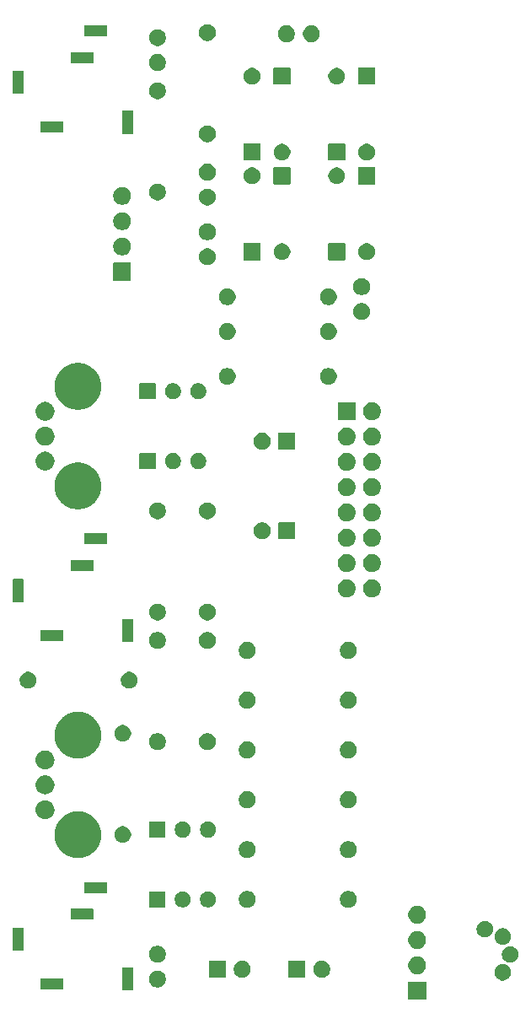
<source format=gbr>
G04 #@! TF.GenerationSoftware,KiCad,Pcbnew,9.0.0*
G04 #@! TF.CreationDate,2025-02-23T16:09:46-07:00*
G04 #@! TF.ProjectId,VCF_THT,5643465f-5448-4542-9e6b-696361645f70,rev?*
G04 #@! TF.SameCoordinates,Original*
G04 #@! TF.FileFunction,Soldermask,Top*
G04 #@! TF.FilePolarity,Negative*
%FSLAX46Y46*%
G04 Gerber Fmt 4.6, Leading zero omitted, Abs format (unit mm)*
G04 Created by KiCad (PCBNEW 9.0.0) date 2025-02-23 16:09:46*
%MOMM*%
%LPD*%
G01*
G04 APERTURE LIST*
G04 APERTURE END LIST*
G36*
X42949697Y-97266262D02*
G01*
X42966242Y-97277318D01*
X42977298Y-97293863D01*
X42981180Y-97313380D01*
X42981180Y-99013380D01*
X42977298Y-99032897D01*
X42966242Y-99049442D01*
X42949697Y-99060498D01*
X42930180Y-99064380D01*
X41230180Y-99064380D01*
X41210663Y-99060498D01*
X41194118Y-99049442D01*
X41183062Y-99032897D01*
X41179180Y-99013380D01*
X41179180Y-97313380D01*
X41183062Y-97293863D01*
X41194118Y-97277318D01*
X41210663Y-97266262D01*
X41230180Y-97262380D01*
X42930180Y-97262380D01*
X42949697Y-97266262D01*
G37*
G36*
X13519517Y-95852882D02*
G01*
X13536062Y-95863938D01*
X13547118Y-95880483D01*
X13551000Y-95900000D01*
X13551000Y-98100000D01*
X13547118Y-98119517D01*
X13536062Y-98136062D01*
X13519517Y-98147118D01*
X13500000Y-98151000D01*
X12500000Y-98151000D01*
X12480483Y-98147118D01*
X12463938Y-98136062D01*
X12452882Y-98119517D01*
X12449000Y-98100000D01*
X12449000Y-95900000D01*
X12452882Y-95880483D01*
X12463938Y-95863938D01*
X12480483Y-95852882D01*
X12500000Y-95849000D01*
X13500000Y-95849000D01*
X13519517Y-95852882D01*
G37*
G36*
X6519517Y-96952882D02*
G01*
X6536062Y-96963938D01*
X6547118Y-96980483D01*
X6551000Y-97000000D01*
X6551000Y-98000000D01*
X6547118Y-98019517D01*
X6536062Y-98036062D01*
X6519517Y-98047118D01*
X6500000Y-98051000D01*
X4300000Y-98051000D01*
X4280483Y-98047118D01*
X4263938Y-98036062D01*
X4252882Y-98019517D01*
X4249000Y-98000000D01*
X4249000Y-97000000D01*
X4252882Y-96980483D01*
X4263938Y-96963938D01*
X4280483Y-96952882D01*
X4300000Y-96949000D01*
X6500000Y-96949000D01*
X6519517Y-96952882D01*
G37*
G36*
X16247032Y-96185644D02*
G01*
X16401159Y-96249485D01*
X16539869Y-96342168D01*
X16657832Y-96460131D01*
X16750515Y-96598841D01*
X16814356Y-96752968D01*
X16846902Y-96916587D01*
X16846902Y-97083413D01*
X16814356Y-97247032D01*
X16750515Y-97401159D01*
X16657832Y-97539869D01*
X16539869Y-97657832D01*
X16401159Y-97750515D01*
X16247032Y-97814356D01*
X16083413Y-97846902D01*
X15916587Y-97846902D01*
X15752968Y-97814356D01*
X15598841Y-97750515D01*
X15460131Y-97657832D01*
X15342168Y-97539869D01*
X15249485Y-97401159D01*
X15185644Y-97247032D01*
X15153098Y-97083413D01*
X15153098Y-96916587D01*
X15185644Y-96752968D01*
X15249485Y-96598841D01*
X15342168Y-96460131D01*
X15460131Y-96342168D01*
X15598841Y-96249485D01*
X15752968Y-96185644D01*
X15916587Y-96153098D01*
X16083413Y-96153098D01*
X16247032Y-96185644D01*
G37*
G36*
X50917449Y-95514873D02*
G01*
X51069765Y-95577964D01*
X51206845Y-95669558D01*
X51323422Y-95786135D01*
X51415016Y-95923215D01*
X51478107Y-96075531D01*
X51510270Y-96237228D01*
X51510270Y-96402092D01*
X51478107Y-96563789D01*
X51415016Y-96716105D01*
X51323422Y-96853185D01*
X51206845Y-96969762D01*
X51069765Y-97061356D01*
X50917449Y-97124447D01*
X50755752Y-97156610D01*
X50590888Y-97156610D01*
X50429191Y-97124447D01*
X50276875Y-97061356D01*
X50139795Y-96969762D01*
X50023218Y-96853185D01*
X49931624Y-96716105D01*
X49868533Y-96563789D01*
X49836370Y-96402092D01*
X49836370Y-96237228D01*
X49868533Y-96075531D01*
X49931624Y-95923215D01*
X50023218Y-95786135D01*
X50139795Y-95669558D01*
X50276875Y-95577964D01*
X50429191Y-95514873D01*
X50590888Y-95482710D01*
X50755752Y-95482710D01*
X50917449Y-95514873D01*
G37*
G36*
X22819517Y-95152882D02*
G01*
X22836062Y-95163938D01*
X22847118Y-95180483D01*
X22851000Y-95200000D01*
X22851000Y-96800000D01*
X22847118Y-96819517D01*
X22836062Y-96836062D01*
X22819517Y-96847118D01*
X22800000Y-96851000D01*
X21200000Y-96851000D01*
X21180483Y-96847118D01*
X21163938Y-96836062D01*
X21152882Y-96819517D01*
X21149000Y-96800000D01*
X21149000Y-95200000D01*
X21152882Y-95180483D01*
X21163938Y-95163938D01*
X21180483Y-95152882D01*
X21200000Y-95149000D01*
X22800000Y-95149000D01*
X22819517Y-95152882D01*
G37*
G36*
X30819517Y-95152882D02*
G01*
X30836062Y-95163938D01*
X30847118Y-95180483D01*
X30851000Y-95200000D01*
X30851000Y-96800000D01*
X30847118Y-96819517D01*
X30836062Y-96836062D01*
X30819517Y-96847118D01*
X30800000Y-96851000D01*
X29200000Y-96851000D01*
X29180483Y-96847118D01*
X29163938Y-96836062D01*
X29152882Y-96819517D01*
X29149000Y-96800000D01*
X29149000Y-95200000D01*
X29152882Y-95180483D01*
X29163938Y-95163938D01*
X29180483Y-95152882D01*
X29200000Y-95149000D01*
X30800000Y-95149000D01*
X30819517Y-95152882D01*
G37*
G36*
X24747032Y-95185644D02*
G01*
X24901159Y-95249485D01*
X25039869Y-95342168D01*
X25157832Y-95460131D01*
X25250515Y-95598841D01*
X25314356Y-95752968D01*
X25346902Y-95916587D01*
X25346902Y-96083413D01*
X25314356Y-96247032D01*
X25250515Y-96401159D01*
X25157832Y-96539869D01*
X25039869Y-96657832D01*
X24901159Y-96750515D01*
X24747032Y-96814356D01*
X24583413Y-96846902D01*
X24416587Y-96846902D01*
X24252968Y-96814356D01*
X24098841Y-96750515D01*
X23960131Y-96657832D01*
X23842168Y-96539869D01*
X23749485Y-96401159D01*
X23685644Y-96247032D01*
X23653098Y-96083413D01*
X23653098Y-95916587D01*
X23685644Y-95752968D01*
X23749485Y-95598841D01*
X23842168Y-95460131D01*
X23960131Y-95342168D01*
X24098841Y-95249485D01*
X24252968Y-95185644D01*
X24416587Y-95153098D01*
X24583413Y-95153098D01*
X24747032Y-95185644D01*
G37*
G36*
X32747032Y-95185644D02*
G01*
X32901159Y-95249485D01*
X33039869Y-95342168D01*
X33157832Y-95460131D01*
X33250515Y-95598841D01*
X33314356Y-95752968D01*
X33346902Y-95916587D01*
X33346902Y-96083413D01*
X33314356Y-96247032D01*
X33250515Y-96401159D01*
X33157832Y-96539869D01*
X33039869Y-96657832D01*
X32901159Y-96750515D01*
X32747032Y-96814356D01*
X32583413Y-96846902D01*
X32416587Y-96846902D01*
X32252968Y-96814356D01*
X32098841Y-96750515D01*
X31960131Y-96657832D01*
X31842168Y-96539869D01*
X31749485Y-96401159D01*
X31685644Y-96247032D01*
X31653098Y-96083413D01*
X31653098Y-95916587D01*
X31685644Y-95752968D01*
X31749485Y-95598841D01*
X31842168Y-95460131D01*
X31960131Y-95342168D01*
X32098841Y-95249485D01*
X32252968Y-95185644D01*
X32416587Y-95153098D01*
X32583413Y-95153098D01*
X32747032Y-95185644D01*
G37*
G36*
X42341726Y-94761177D02*
G01*
X42504908Y-94828769D01*
X42651768Y-94926898D01*
X42776662Y-95051792D01*
X42874791Y-95198652D01*
X42942383Y-95361834D01*
X42976841Y-95535067D01*
X42976841Y-95711693D01*
X42942383Y-95884926D01*
X42874791Y-96048108D01*
X42776662Y-96194968D01*
X42651768Y-96319862D01*
X42504908Y-96417991D01*
X42341726Y-96485583D01*
X42168493Y-96520041D01*
X41991867Y-96520041D01*
X41818634Y-96485583D01*
X41655452Y-96417991D01*
X41508592Y-96319862D01*
X41383698Y-96194968D01*
X41285569Y-96048108D01*
X41217977Y-95884926D01*
X41183519Y-95711693D01*
X41183519Y-95535067D01*
X41217977Y-95361834D01*
X41285569Y-95198652D01*
X41383698Y-95051792D01*
X41508592Y-94926898D01*
X41655452Y-94828769D01*
X41818634Y-94761177D01*
X41991867Y-94726719D01*
X42168493Y-94726719D01*
X42341726Y-94761177D01*
G37*
G36*
X51661349Y-93718773D02*
G01*
X51813665Y-93781864D01*
X51950745Y-93873458D01*
X52067322Y-93990035D01*
X52158916Y-94127115D01*
X52222007Y-94279431D01*
X52254170Y-94441128D01*
X52254170Y-94605992D01*
X52222007Y-94767689D01*
X52158916Y-94920005D01*
X52067322Y-95057085D01*
X51950745Y-95173662D01*
X51813665Y-95265256D01*
X51661349Y-95328347D01*
X51499652Y-95360510D01*
X51334788Y-95360510D01*
X51173091Y-95328347D01*
X51020775Y-95265256D01*
X50883695Y-95173662D01*
X50767118Y-95057085D01*
X50675524Y-94920005D01*
X50612433Y-94767689D01*
X50580270Y-94605992D01*
X50580270Y-94441128D01*
X50612433Y-94279431D01*
X50675524Y-94127115D01*
X50767118Y-93990035D01*
X50883695Y-93873458D01*
X51020775Y-93781864D01*
X51173091Y-93718773D01*
X51334788Y-93686610D01*
X51499652Y-93686610D01*
X51661349Y-93718773D01*
G37*
G36*
X16247032Y-93685644D02*
G01*
X16401159Y-93749485D01*
X16539869Y-93842168D01*
X16657832Y-93960131D01*
X16750515Y-94098841D01*
X16814356Y-94252968D01*
X16846902Y-94416587D01*
X16846902Y-94583413D01*
X16814356Y-94747032D01*
X16750515Y-94901159D01*
X16657832Y-95039869D01*
X16539869Y-95157832D01*
X16401159Y-95250515D01*
X16247032Y-95314356D01*
X16083413Y-95346902D01*
X15916587Y-95346902D01*
X15752968Y-95314356D01*
X15598841Y-95250515D01*
X15460131Y-95157832D01*
X15342168Y-95039869D01*
X15249485Y-94901159D01*
X15185644Y-94747032D01*
X15153098Y-94583413D01*
X15153098Y-94416587D01*
X15185644Y-94252968D01*
X15249485Y-94098841D01*
X15342168Y-93960131D01*
X15460131Y-93842168D01*
X15598841Y-93749485D01*
X15752968Y-93685644D01*
X15916587Y-93653098D01*
X16083413Y-93653098D01*
X16247032Y-93685644D01*
G37*
G36*
X2519517Y-91852882D02*
G01*
X2536062Y-91863938D01*
X2547118Y-91880483D01*
X2551000Y-91900000D01*
X2551000Y-94100000D01*
X2547118Y-94119517D01*
X2536062Y-94136062D01*
X2519517Y-94147118D01*
X2500000Y-94151000D01*
X1500000Y-94151000D01*
X1480483Y-94147118D01*
X1463938Y-94136062D01*
X1452882Y-94119517D01*
X1449000Y-94100000D01*
X1449000Y-91900000D01*
X1452882Y-91880483D01*
X1463938Y-91863938D01*
X1480483Y-91852882D01*
X1500000Y-91849000D01*
X2500000Y-91849000D01*
X2519517Y-91852882D01*
G37*
G36*
X42341726Y-92221177D02*
G01*
X42504908Y-92288769D01*
X42651768Y-92386898D01*
X42776662Y-92511792D01*
X42874791Y-92658652D01*
X42942383Y-92821834D01*
X42976841Y-92995067D01*
X42976841Y-93171693D01*
X42942383Y-93344926D01*
X42874791Y-93508108D01*
X42776662Y-93654968D01*
X42651768Y-93779862D01*
X42504908Y-93877991D01*
X42341726Y-93945583D01*
X42168493Y-93980041D01*
X41991867Y-93980041D01*
X41818634Y-93945583D01*
X41655452Y-93877991D01*
X41508592Y-93779862D01*
X41383698Y-93654968D01*
X41285569Y-93508108D01*
X41217977Y-93344926D01*
X41183519Y-93171693D01*
X41183519Y-92995067D01*
X41217977Y-92821834D01*
X41285569Y-92658652D01*
X41383698Y-92511792D01*
X41508592Y-92386898D01*
X41655452Y-92288769D01*
X41818634Y-92221177D01*
X41991867Y-92186719D01*
X42168493Y-92186719D01*
X42341726Y-92221177D01*
G37*
G36*
X50917449Y-91922673D02*
G01*
X51069765Y-91985764D01*
X51206845Y-92077358D01*
X51323422Y-92193935D01*
X51415016Y-92331015D01*
X51478107Y-92483331D01*
X51510270Y-92645028D01*
X51510270Y-92809892D01*
X51478107Y-92971589D01*
X51415016Y-93123905D01*
X51323422Y-93260985D01*
X51206845Y-93377562D01*
X51069765Y-93469156D01*
X50917449Y-93532247D01*
X50755752Y-93564410D01*
X50590888Y-93564410D01*
X50429191Y-93532247D01*
X50276875Y-93469156D01*
X50139795Y-93377562D01*
X50023218Y-93260985D01*
X49931624Y-93123905D01*
X49868533Y-92971589D01*
X49836370Y-92809892D01*
X49836370Y-92645028D01*
X49868533Y-92483331D01*
X49931624Y-92331015D01*
X50023218Y-92193935D01*
X50139795Y-92077358D01*
X50276875Y-91985764D01*
X50429191Y-91922673D01*
X50590888Y-91890510D01*
X50755752Y-91890510D01*
X50917449Y-91922673D01*
G37*
G36*
X49121349Y-91178773D02*
G01*
X49273665Y-91241864D01*
X49410745Y-91333458D01*
X49527322Y-91450035D01*
X49618916Y-91587115D01*
X49682007Y-91739431D01*
X49714170Y-91901128D01*
X49714170Y-92065992D01*
X49682007Y-92227689D01*
X49618916Y-92380005D01*
X49527322Y-92517085D01*
X49410745Y-92633662D01*
X49273665Y-92725256D01*
X49121349Y-92788347D01*
X48959652Y-92820510D01*
X48794788Y-92820510D01*
X48633091Y-92788347D01*
X48480775Y-92725256D01*
X48343695Y-92633662D01*
X48227118Y-92517085D01*
X48135524Y-92380005D01*
X48072433Y-92227689D01*
X48040270Y-92065992D01*
X48040270Y-91901128D01*
X48072433Y-91739431D01*
X48135524Y-91587115D01*
X48227118Y-91450035D01*
X48343695Y-91333458D01*
X48480775Y-91241864D01*
X48633091Y-91178773D01*
X48794788Y-91146610D01*
X48959652Y-91146610D01*
X49121349Y-91178773D01*
G37*
G36*
X42341726Y-89681177D02*
G01*
X42504908Y-89748769D01*
X42651768Y-89846898D01*
X42776662Y-89971792D01*
X42874791Y-90118652D01*
X42942383Y-90281834D01*
X42976841Y-90455067D01*
X42976841Y-90631693D01*
X42942383Y-90804926D01*
X42874791Y-90968108D01*
X42776662Y-91114968D01*
X42651768Y-91239862D01*
X42504908Y-91337991D01*
X42341726Y-91405583D01*
X42168493Y-91440041D01*
X41991867Y-91440041D01*
X41818634Y-91405583D01*
X41655452Y-91337991D01*
X41508592Y-91239862D01*
X41383698Y-91114968D01*
X41285569Y-90968108D01*
X41217977Y-90804926D01*
X41183519Y-90631693D01*
X41183519Y-90455067D01*
X41217977Y-90281834D01*
X41285569Y-90118652D01*
X41383698Y-89971792D01*
X41508592Y-89846898D01*
X41655452Y-89748769D01*
X41818634Y-89681177D01*
X41991867Y-89646719D01*
X42168493Y-89646719D01*
X42341726Y-89681177D01*
G37*
G36*
X9519517Y-89952882D02*
G01*
X9536062Y-89963938D01*
X9547118Y-89980483D01*
X9551000Y-90000000D01*
X9551000Y-91000000D01*
X9547118Y-91019517D01*
X9536062Y-91036062D01*
X9519517Y-91047118D01*
X9500000Y-91051000D01*
X7300000Y-91051000D01*
X7280483Y-91047118D01*
X7263938Y-91036062D01*
X7252882Y-91019517D01*
X7249000Y-91000000D01*
X7249000Y-90000000D01*
X7252882Y-89980483D01*
X7263938Y-89963938D01*
X7280483Y-89952882D01*
X7300000Y-89949000D01*
X9500000Y-89949000D01*
X9519517Y-89952882D01*
G37*
G36*
X25247032Y-88185644D02*
G01*
X25401159Y-88249485D01*
X25539869Y-88342168D01*
X25657832Y-88460131D01*
X25750515Y-88598841D01*
X25814356Y-88752968D01*
X25846902Y-88916587D01*
X25846902Y-89083413D01*
X25814356Y-89247032D01*
X25750515Y-89401159D01*
X25657832Y-89539869D01*
X25539869Y-89657832D01*
X25401159Y-89750515D01*
X25247032Y-89814356D01*
X25083413Y-89846902D01*
X24916587Y-89846902D01*
X24752968Y-89814356D01*
X24598841Y-89750515D01*
X24460131Y-89657832D01*
X24342168Y-89539869D01*
X24249485Y-89401159D01*
X24185644Y-89247032D01*
X24153098Y-89083413D01*
X24153098Y-88916587D01*
X24185644Y-88752968D01*
X24249485Y-88598841D01*
X24342168Y-88460131D01*
X24460131Y-88342168D01*
X24598841Y-88249485D01*
X24752968Y-88185644D01*
X24916587Y-88153098D01*
X25083413Y-88153098D01*
X25247032Y-88185644D01*
G37*
G36*
X35407032Y-88185644D02*
G01*
X35561159Y-88249485D01*
X35699869Y-88342168D01*
X35817832Y-88460131D01*
X35910515Y-88598841D01*
X35974356Y-88752968D01*
X36006902Y-88916587D01*
X36006902Y-89083413D01*
X35974356Y-89247032D01*
X35910515Y-89401159D01*
X35817832Y-89539869D01*
X35699869Y-89657832D01*
X35561159Y-89750515D01*
X35407032Y-89814356D01*
X35243413Y-89846902D01*
X35076587Y-89846902D01*
X34912968Y-89814356D01*
X34758841Y-89750515D01*
X34620131Y-89657832D01*
X34502168Y-89539869D01*
X34409485Y-89401159D01*
X34345644Y-89247032D01*
X34313098Y-89083413D01*
X34313098Y-88916587D01*
X34345644Y-88752968D01*
X34409485Y-88598841D01*
X34502168Y-88460131D01*
X34620131Y-88342168D01*
X34758841Y-88249485D01*
X34912968Y-88185644D01*
X35076587Y-88153098D01*
X35243413Y-88153098D01*
X35407032Y-88185644D01*
G37*
G36*
X16779517Y-88192882D02*
G01*
X16796062Y-88203938D01*
X16807118Y-88220483D01*
X16811000Y-88240000D01*
X16811000Y-89760000D01*
X16807118Y-89779517D01*
X16796062Y-89796062D01*
X16779517Y-89807118D01*
X16760000Y-89811000D01*
X15240000Y-89811000D01*
X15220483Y-89807118D01*
X15203938Y-89796062D01*
X15192882Y-89779517D01*
X15189000Y-89760000D01*
X15189000Y-88240000D01*
X15192882Y-88220483D01*
X15203938Y-88203938D01*
X15220483Y-88192882D01*
X15240000Y-88189000D01*
X16760000Y-88189000D01*
X16779517Y-88192882D01*
G37*
G36*
X18775421Y-88223921D02*
G01*
X18922303Y-88284762D01*
X19054493Y-88373089D01*
X19166911Y-88485507D01*
X19255238Y-88617697D01*
X19316079Y-88764579D01*
X19347095Y-88920508D01*
X19347095Y-89079492D01*
X19316079Y-89235421D01*
X19255238Y-89382303D01*
X19166911Y-89514493D01*
X19054493Y-89626911D01*
X18922303Y-89715238D01*
X18775421Y-89776079D01*
X18619492Y-89807095D01*
X18460508Y-89807095D01*
X18304579Y-89776079D01*
X18157697Y-89715238D01*
X18025507Y-89626911D01*
X17913089Y-89514493D01*
X17824762Y-89382303D01*
X17763921Y-89235421D01*
X17732905Y-89079492D01*
X17732905Y-88920508D01*
X17763921Y-88764579D01*
X17824762Y-88617697D01*
X17913089Y-88485507D01*
X18025507Y-88373089D01*
X18157697Y-88284762D01*
X18304579Y-88223921D01*
X18460508Y-88192905D01*
X18619492Y-88192905D01*
X18775421Y-88223921D01*
G37*
G36*
X21315421Y-88223921D02*
G01*
X21462303Y-88284762D01*
X21594493Y-88373089D01*
X21706911Y-88485507D01*
X21795238Y-88617697D01*
X21856079Y-88764579D01*
X21887095Y-88920508D01*
X21887095Y-89079492D01*
X21856079Y-89235421D01*
X21795238Y-89382303D01*
X21706911Y-89514493D01*
X21594493Y-89626911D01*
X21462303Y-89715238D01*
X21315421Y-89776079D01*
X21159492Y-89807095D01*
X21000508Y-89807095D01*
X20844579Y-89776079D01*
X20697697Y-89715238D01*
X20565507Y-89626911D01*
X20453089Y-89514493D01*
X20364762Y-89382303D01*
X20303921Y-89235421D01*
X20272905Y-89079492D01*
X20272905Y-88920508D01*
X20303921Y-88764579D01*
X20364762Y-88617697D01*
X20453089Y-88485507D01*
X20565507Y-88373089D01*
X20697697Y-88284762D01*
X20844579Y-88223921D01*
X21000508Y-88192905D01*
X21159492Y-88192905D01*
X21315421Y-88223921D01*
G37*
G36*
X10919517Y-87252882D02*
G01*
X10936062Y-87263938D01*
X10947118Y-87280483D01*
X10951000Y-87300000D01*
X10951000Y-88300000D01*
X10947118Y-88319517D01*
X10936062Y-88336062D01*
X10919517Y-88347118D01*
X10900000Y-88351000D01*
X8700000Y-88351000D01*
X8680483Y-88347118D01*
X8663938Y-88336062D01*
X8652882Y-88319517D01*
X8649000Y-88300000D01*
X8649000Y-87300000D01*
X8652882Y-87280483D01*
X8663938Y-87263938D01*
X8680483Y-87252882D01*
X8700000Y-87249000D01*
X10900000Y-87249000D01*
X10919517Y-87252882D01*
G37*
G36*
X8141920Y-80154034D02*
G01*
X8153763Y-80154034D01*
X8224053Y-80163287D01*
X8393772Y-80182410D01*
X8427124Y-80190022D01*
X8458657Y-80194174D01*
X8535379Y-80214731D01*
X8650782Y-80241072D01*
X8706678Y-80260630D01*
X8755704Y-80273767D01*
X8818194Y-80299651D01*
X8899617Y-80328142D01*
X8977336Y-80365569D01*
X9039821Y-80391452D01*
X9083773Y-80416827D01*
X9137125Y-80442521D01*
X9237338Y-80505489D01*
X9306146Y-80545215D01*
X9331386Y-80564582D01*
X9360341Y-80582776D01*
X9493832Y-80689232D01*
X9550122Y-80732425D01*
X9558501Y-80740804D01*
X9566446Y-80747140D01*
X9752859Y-80933553D01*
X9759194Y-80941497D01*
X9767575Y-80949878D01*
X9810772Y-81006174D01*
X9917223Y-81139658D01*
X9935415Y-81168610D01*
X9954785Y-81193854D01*
X9994515Y-81262668D01*
X10057478Y-81362874D01*
X10083168Y-81416221D01*
X10108548Y-81460179D01*
X10134433Y-81522671D01*
X10171857Y-81600382D01*
X10200344Y-81681795D01*
X10226233Y-81744296D01*
X10239371Y-81793329D01*
X10258927Y-81849217D01*
X10285263Y-81964600D01*
X10305826Y-82041343D01*
X10309978Y-82072883D01*
X10317589Y-82106227D01*
X10336709Y-82275929D01*
X10345966Y-82346237D01*
X10345966Y-82358080D01*
X10347105Y-82368189D01*
X10347105Y-82631810D01*
X10345966Y-82641918D01*
X10345966Y-82653763D01*
X10336709Y-82724076D01*
X10317589Y-82893772D01*
X10309978Y-82927114D01*
X10305826Y-82958657D01*
X10285261Y-83035405D01*
X10258927Y-83150782D01*
X10239372Y-83206665D01*
X10226233Y-83255704D01*
X10200342Y-83318210D01*
X10171857Y-83399617D01*
X10134436Y-83477321D01*
X10108548Y-83539821D01*
X10083166Y-83583783D01*
X10057478Y-83637125D01*
X9994522Y-83737319D01*
X9954785Y-83806146D01*
X9935411Y-83831393D01*
X9917223Y-83860341D01*
X9810793Y-83993799D01*
X9767575Y-84050122D01*
X9759190Y-84058506D01*
X9752859Y-84066446D01*
X9566446Y-84252859D01*
X9558506Y-84259190D01*
X9550122Y-84267575D01*
X9493799Y-84310793D01*
X9360341Y-84417223D01*
X9331393Y-84435411D01*
X9306146Y-84454785D01*
X9237319Y-84494522D01*
X9137125Y-84557478D01*
X9083783Y-84583166D01*
X9039821Y-84608548D01*
X8977321Y-84634436D01*
X8899617Y-84671857D01*
X8818210Y-84700342D01*
X8755704Y-84726233D01*
X8706665Y-84739372D01*
X8650782Y-84758927D01*
X8535405Y-84785261D01*
X8458657Y-84805826D01*
X8427114Y-84809978D01*
X8393772Y-84817589D01*
X8224072Y-84836709D01*
X8153763Y-84845966D01*
X8141920Y-84845966D01*
X8131811Y-84847105D01*
X7868189Y-84847105D01*
X7858080Y-84845966D01*
X7846237Y-84845966D01*
X7775929Y-84836709D01*
X7606227Y-84817589D01*
X7572883Y-84809978D01*
X7541343Y-84805826D01*
X7464600Y-84785263D01*
X7349217Y-84758927D01*
X7293329Y-84739371D01*
X7244296Y-84726233D01*
X7181795Y-84700344D01*
X7100382Y-84671857D01*
X7022671Y-84634433D01*
X6960179Y-84608548D01*
X6916221Y-84583168D01*
X6862874Y-84557478D01*
X6762668Y-84494515D01*
X6693854Y-84454785D01*
X6668610Y-84435415D01*
X6639658Y-84417223D01*
X6506174Y-84310772D01*
X6449878Y-84267575D01*
X6441497Y-84259194D01*
X6433553Y-84252859D01*
X6247140Y-84066446D01*
X6240804Y-84058501D01*
X6232425Y-84050122D01*
X6189232Y-83993832D01*
X6082776Y-83860341D01*
X6064582Y-83831386D01*
X6045215Y-83806146D01*
X6005489Y-83737338D01*
X5942521Y-83637125D01*
X5916827Y-83583773D01*
X5891452Y-83539821D01*
X5865569Y-83477336D01*
X5828142Y-83399617D01*
X5799651Y-83318194D01*
X5773767Y-83255704D01*
X5760630Y-83206678D01*
X5741072Y-83150782D01*
X5714731Y-83035379D01*
X5694174Y-82958657D01*
X5690022Y-82927124D01*
X5682410Y-82893772D01*
X5663288Y-82724057D01*
X5654034Y-82653763D01*
X5654034Y-82641919D01*
X5652895Y-82631810D01*
X5652895Y-82368189D01*
X5654034Y-82358079D01*
X5654034Y-82346237D01*
X5663287Y-82275948D01*
X5682410Y-82106227D01*
X5690023Y-82072872D01*
X5694174Y-82041343D01*
X5714730Y-81964625D01*
X5741072Y-81849217D01*
X5760631Y-81793317D01*
X5773767Y-81744296D01*
X5799649Y-81681810D01*
X5828142Y-81600382D01*
X5865572Y-81522656D01*
X5891452Y-81460179D01*
X5916825Y-81416231D01*
X5942521Y-81362874D01*
X6005496Y-81262648D01*
X6045215Y-81193854D01*
X6064579Y-81168617D01*
X6082776Y-81139658D01*
X6189252Y-81006141D01*
X6232425Y-80949878D01*
X6240800Y-80941502D01*
X6247140Y-80933553D01*
X6433553Y-80747140D01*
X6441502Y-80740800D01*
X6449878Y-80732425D01*
X6506141Y-80689252D01*
X6639658Y-80582776D01*
X6668617Y-80564579D01*
X6693854Y-80545215D01*
X6762648Y-80505496D01*
X6862874Y-80442521D01*
X6916231Y-80416825D01*
X6960179Y-80391452D01*
X7022656Y-80365572D01*
X7100382Y-80328142D01*
X7181810Y-80299649D01*
X7244296Y-80273767D01*
X7293317Y-80260631D01*
X7349217Y-80241072D01*
X7464625Y-80214730D01*
X7541343Y-80194174D01*
X7572872Y-80190023D01*
X7606227Y-80182410D01*
X7775948Y-80163287D01*
X7846237Y-80154034D01*
X7858080Y-80154034D01*
X7868189Y-80152895D01*
X8131811Y-80152895D01*
X8141920Y-80154034D01*
G37*
G36*
X25247032Y-83185644D02*
G01*
X25401159Y-83249485D01*
X25539869Y-83342168D01*
X25657832Y-83460131D01*
X25750515Y-83598841D01*
X25814356Y-83752968D01*
X25846902Y-83916587D01*
X25846902Y-84083413D01*
X25814356Y-84247032D01*
X25750515Y-84401159D01*
X25657832Y-84539869D01*
X25539869Y-84657832D01*
X25401159Y-84750515D01*
X25247032Y-84814356D01*
X25083413Y-84846902D01*
X24916587Y-84846902D01*
X24752968Y-84814356D01*
X24598841Y-84750515D01*
X24460131Y-84657832D01*
X24342168Y-84539869D01*
X24249485Y-84401159D01*
X24185644Y-84247032D01*
X24153098Y-84083413D01*
X24153098Y-83916587D01*
X24185644Y-83752968D01*
X24249485Y-83598841D01*
X24342168Y-83460131D01*
X24460131Y-83342168D01*
X24598841Y-83249485D01*
X24752968Y-83185644D01*
X24916587Y-83153098D01*
X25083413Y-83153098D01*
X25247032Y-83185644D01*
G37*
G36*
X35407032Y-83185644D02*
G01*
X35561159Y-83249485D01*
X35699869Y-83342168D01*
X35817832Y-83460131D01*
X35910515Y-83598841D01*
X35974356Y-83752968D01*
X36006902Y-83916587D01*
X36006902Y-84083413D01*
X35974356Y-84247032D01*
X35910515Y-84401159D01*
X35817832Y-84539869D01*
X35699869Y-84657832D01*
X35561159Y-84750515D01*
X35407032Y-84814356D01*
X35243413Y-84846902D01*
X35076587Y-84846902D01*
X34912968Y-84814356D01*
X34758841Y-84750515D01*
X34620131Y-84657832D01*
X34502168Y-84539869D01*
X34409485Y-84401159D01*
X34345644Y-84247032D01*
X34313098Y-84083413D01*
X34313098Y-83916587D01*
X34345644Y-83752968D01*
X34409485Y-83598841D01*
X34502168Y-83460131D01*
X34620131Y-83342168D01*
X34758841Y-83249485D01*
X34912968Y-83185644D01*
X35076587Y-83153098D01*
X35243413Y-83153098D01*
X35407032Y-83185644D01*
G37*
G36*
X12747032Y-81685644D02*
G01*
X12901159Y-81749485D01*
X13039869Y-81842168D01*
X13157832Y-81960131D01*
X13250515Y-82098841D01*
X13314356Y-82252968D01*
X13346902Y-82416587D01*
X13346902Y-82583413D01*
X13314356Y-82747032D01*
X13250515Y-82901159D01*
X13157832Y-83039869D01*
X13039869Y-83157832D01*
X12901159Y-83250515D01*
X12747032Y-83314356D01*
X12583413Y-83346902D01*
X12416587Y-83346902D01*
X12252968Y-83314356D01*
X12098841Y-83250515D01*
X11960131Y-83157832D01*
X11842168Y-83039869D01*
X11749485Y-82901159D01*
X11685644Y-82747032D01*
X11653098Y-82583413D01*
X11653098Y-82416587D01*
X11685644Y-82252968D01*
X11749485Y-82098841D01*
X11842168Y-81960131D01*
X11960131Y-81842168D01*
X12098841Y-81749485D01*
X12252968Y-81685644D01*
X12416587Y-81653098D01*
X12583413Y-81653098D01*
X12747032Y-81685644D01*
G37*
G36*
X16779517Y-81192882D02*
G01*
X16796062Y-81203938D01*
X16807118Y-81220483D01*
X16811000Y-81240000D01*
X16811000Y-82760000D01*
X16807118Y-82779517D01*
X16796062Y-82796062D01*
X16779517Y-82807118D01*
X16760000Y-82811000D01*
X15240000Y-82811000D01*
X15220483Y-82807118D01*
X15203938Y-82796062D01*
X15192882Y-82779517D01*
X15189000Y-82760000D01*
X15189000Y-81240000D01*
X15192882Y-81220483D01*
X15203938Y-81203938D01*
X15220483Y-81192882D01*
X15240000Y-81189000D01*
X16760000Y-81189000D01*
X16779517Y-81192882D01*
G37*
G36*
X18775421Y-81223921D02*
G01*
X18922303Y-81284762D01*
X19054493Y-81373089D01*
X19166911Y-81485507D01*
X19255238Y-81617697D01*
X19316079Y-81764579D01*
X19347095Y-81920508D01*
X19347095Y-82079492D01*
X19316079Y-82235421D01*
X19255238Y-82382303D01*
X19166911Y-82514493D01*
X19054493Y-82626911D01*
X18922303Y-82715238D01*
X18775421Y-82776079D01*
X18619492Y-82807095D01*
X18460508Y-82807095D01*
X18304579Y-82776079D01*
X18157697Y-82715238D01*
X18025507Y-82626911D01*
X17913089Y-82514493D01*
X17824762Y-82382303D01*
X17763921Y-82235421D01*
X17732905Y-82079492D01*
X17732905Y-81920508D01*
X17763921Y-81764579D01*
X17824762Y-81617697D01*
X17913089Y-81485507D01*
X18025507Y-81373089D01*
X18157697Y-81284762D01*
X18304579Y-81223921D01*
X18460508Y-81192905D01*
X18619492Y-81192905D01*
X18775421Y-81223921D01*
G37*
G36*
X21315421Y-81223921D02*
G01*
X21462303Y-81284762D01*
X21594493Y-81373089D01*
X21706911Y-81485507D01*
X21795238Y-81617697D01*
X21856079Y-81764579D01*
X21887095Y-81920508D01*
X21887095Y-82079492D01*
X21856079Y-82235421D01*
X21795238Y-82382303D01*
X21706911Y-82514493D01*
X21594493Y-82626911D01*
X21462303Y-82715238D01*
X21315421Y-82776079D01*
X21159492Y-82807095D01*
X21000508Y-82807095D01*
X20844579Y-82776079D01*
X20697697Y-82715238D01*
X20565507Y-82626911D01*
X20453089Y-82514493D01*
X20364762Y-82382303D01*
X20303921Y-82235421D01*
X20272905Y-82079492D01*
X20272905Y-81920508D01*
X20303921Y-81764579D01*
X20364762Y-81617697D01*
X20453089Y-81485507D01*
X20565507Y-81373089D01*
X20697697Y-81284762D01*
X20844579Y-81223921D01*
X21000508Y-81192905D01*
X21159492Y-81192905D01*
X21315421Y-81223921D01*
G37*
G36*
X4782553Y-79053579D02*
G01*
X4793214Y-79053579D01*
X4834865Y-79061864D01*
X4921916Y-79075651D01*
X4949918Y-79084749D01*
X4976061Y-79089950D01*
X5012956Y-79105232D01*
X5063784Y-79121748D01*
X5111399Y-79146009D01*
X5148298Y-79161293D01*
X5170463Y-79176103D01*
X5196693Y-79189468D01*
X5267990Y-79241268D01*
X5303308Y-79264867D01*
X5310846Y-79272405D01*
X5317370Y-79277145D01*
X5422854Y-79382629D01*
X5427593Y-79389152D01*
X5435133Y-79396692D01*
X5458734Y-79432014D01*
X5510531Y-79503306D01*
X5523894Y-79529533D01*
X5538707Y-79551702D01*
X5553993Y-79588605D01*
X5578251Y-79636215D01*
X5594764Y-79687035D01*
X5610050Y-79723939D01*
X5615251Y-79750086D01*
X5624348Y-79778083D01*
X5638134Y-79865125D01*
X5646421Y-79906786D01*
X5646421Y-79917447D01*
X5647683Y-79925415D01*
X5647683Y-80074584D01*
X5646421Y-80082551D01*
X5646421Y-80093214D01*
X5638133Y-80134877D01*
X5624348Y-80221916D01*
X5615251Y-80249910D01*
X5610050Y-80276061D01*
X5594762Y-80312968D01*
X5578251Y-80363784D01*
X5553995Y-80411388D01*
X5538707Y-80448298D01*
X5523892Y-80470470D01*
X5510531Y-80496693D01*
X5458742Y-80567973D01*
X5435133Y-80603308D01*
X5427591Y-80610849D01*
X5422854Y-80617370D01*
X5317370Y-80722854D01*
X5310849Y-80727591D01*
X5303308Y-80735133D01*
X5267973Y-80758742D01*
X5196693Y-80810531D01*
X5170470Y-80823892D01*
X5148298Y-80838707D01*
X5111388Y-80853995D01*
X5063784Y-80878251D01*
X5012968Y-80894762D01*
X4976061Y-80910050D01*
X4949910Y-80915251D01*
X4921916Y-80924348D01*
X4834875Y-80938133D01*
X4793214Y-80946421D01*
X4782553Y-80946421D01*
X4774585Y-80947683D01*
X4625415Y-80947683D01*
X4617447Y-80946421D01*
X4606786Y-80946421D01*
X4565125Y-80938134D01*
X4478083Y-80924348D01*
X4450086Y-80915251D01*
X4423939Y-80910050D01*
X4387035Y-80894764D01*
X4336215Y-80878251D01*
X4288605Y-80853993D01*
X4251702Y-80838707D01*
X4229533Y-80823894D01*
X4203306Y-80810531D01*
X4132014Y-80758734D01*
X4096692Y-80735133D01*
X4089152Y-80727593D01*
X4082629Y-80722854D01*
X3977145Y-80617370D01*
X3972405Y-80610846D01*
X3964867Y-80603308D01*
X3941268Y-80567990D01*
X3889468Y-80496693D01*
X3876103Y-80470463D01*
X3861293Y-80448298D01*
X3846009Y-80411399D01*
X3821748Y-80363784D01*
X3805232Y-80312956D01*
X3789950Y-80276061D01*
X3784749Y-80249918D01*
X3775651Y-80221916D01*
X3761864Y-80134867D01*
X3753579Y-80093214D01*
X3753579Y-80082552D01*
X3752317Y-80074584D01*
X3752317Y-79925415D01*
X3753579Y-79917446D01*
X3753579Y-79906786D01*
X3761863Y-79865136D01*
X3775651Y-79778083D01*
X3784750Y-79750078D01*
X3789950Y-79723939D01*
X3805231Y-79687046D01*
X3821748Y-79636215D01*
X3846011Y-79588595D01*
X3861293Y-79551702D01*
X3876101Y-79529539D01*
X3889468Y-79503306D01*
X3941277Y-79431996D01*
X3964867Y-79396692D01*
X3972402Y-79389156D01*
X3977145Y-79382629D01*
X4082629Y-79277145D01*
X4089156Y-79272402D01*
X4096692Y-79264867D01*
X4131996Y-79241277D01*
X4203306Y-79189468D01*
X4229539Y-79176101D01*
X4251702Y-79161293D01*
X4288595Y-79146011D01*
X4336215Y-79121748D01*
X4387046Y-79105231D01*
X4423939Y-79089950D01*
X4450078Y-79084750D01*
X4478083Y-79075651D01*
X4565136Y-79061863D01*
X4606786Y-79053579D01*
X4617447Y-79053579D01*
X4625415Y-79052317D01*
X4774585Y-79052317D01*
X4782553Y-79053579D01*
G37*
G36*
X25247032Y-78185644D02*
G01*
X25401159Y-78249485D01*
X25539869Y-78342168D01*
X25657832Y-78460131D01*
X25750515Y-78598841D01*
X25814356Y-78752968D01*
X25846902Y-78916587D01*
X25846902Y-79083413D01*
X25814356Y-79247032D01*
X25750515Y-79401159D01*
X25657832Y-79539869D01*
X25539869Y-79657832D01*
X25401159Y-79750515D01*
X25247032Y-79814356D01*
X25083413Y-79846902D01*
X24916587Y-79846902D01*
X24752968Y-79814356D01*
X24598841Y-79750515D01*
X24460131Y-79657832D01*
X24342168Y-79539869D01*
X24249485Y-79401159D01*
X24185644Y-79247032D01*
X24153098Y-79083413D01*
X24153098Y-78916587D01*
X24185644Y-78752968D01*
X24249485Y-78598841D01*
X24342168Y-78460131D01*
X24460131Y-78342168D01*
X24598841Y-78249485D01*
X24752968Y-78185644D01*
X24916587Y-78153098D01*
X25083413Y-78153098D01*
X25247032Y-78185644D01*
G37*
G36*
X35407032Y-78185644D02*
G01*
X35561159Y-78249485D01*
X35699869Y-78342168D01*
X35817832Y-78460131D01*
X35910515Y-78598841D01*
X35974356Y-78752968D01*
X36006902Y-78916587D01*
X36006902Y-79083413D01*
X35974356Y-79247032D01*
X35910515Y-79401159D01*
X35817832Y-79539869D01*
X35699869Y-79657832D01*
X35561159Y-79750515D01*
X35407032Y-79814356D01*
X35243413Y-79846902D01*
X35076587Y-79846902D01*
X34912968Y-79814356D01*
X34758841Y-79750515D01*
X34620131Y-79657832D01*
X34502168Y-79539869D01*
X34409485Y-79401159D01*
X34345644Y-79247032D01*
X34313098Y-79083413D01*
X34313098Y-78916587D01*
X34345644Y-78752968D01*
X34409485Y-78598841D01*
X34502168Y-78460131D01*
X34620131Y-78342168D01*
X34758841Y-78249485D01*
X34912968Y-78185644D01*
X35076587Y-78153098D01*
X35243413Y-78153098D01*
X35407032Y-78185644D01*
G37*
G36*
X4782553Y-76553579D02*
G01*
X4793214Y-76553579D01*
X4834865Y-76561864D01*
X4921916Y-76575651D01*
X4949918Y-76584749D01*
X4976061Y-76589950D01*
X5012956Y-76605232D01*
X5063784Y-76621748D01*
X5111399Y-76646009D01*
X5148298Y-76661293D01*
X5170463Y-76676103D01*
X5196693Y-76689468D01*
X5267990Y-76741268D01*
X5303308Y-76764867D01*
X5310846Y-76772405D01*
X5317370Y-76777145D01*
X5422854Y-76882629D01*
X5427593Y-76889152D01*
X5435133Y-76896692D01*
X5458734Y-76932014D01*
X5510531Y-77003306D01*
X5523894Y-77029533D01*
X5538707Y-77051702D01*
X5553993Y-77088605D01*
X5578251Y-77136215D01*
X5594764Y-77187035D01*
X5610050Y-77223939D01*
X5615251Y-77250086D01*
X5624348Y-77278083D01*
X5638134Y-77365125D01*
X5646421Y-77406786D01*
X5646421Y-77417447D01*
X5647683Y-77425415D01*
X5647683Y-77574584D01*
X5646421Y-77582551D01*
X5646421Y-77593214D01*
X5638133Y-77634877D01*
X5624348Y-77721916D01*
X5615251Y-77749910D01*
X5610050Y-77776061D01*
X5594762Y-77812968D01*
X5578251Y-77863784D01*
X5553995Y-77911388D01*
X5538707Y-77948298D01*
X5523892Y-77970470D01*
X5510531Y-77996693D01*
X5458742Y-78067973D01*
X5435133Y-78103308D01*
X5427591Y-78110849D01*
X5422854Y-78117370D01*
X5317370Y-78222854D01*
X5310849Y-78227591D01*
X5303308Y-78235133D01*
X5267973Y-78258742D01*
X5196693Y-78310531D01*
X5170470Y-78323892D01*
X5148298Y-78338707D01*
X5111388Y-78353995D01*
X5063784Y-78378251D01*
X5012968Y-78394762D01*
X4976061Y-78410050D01*
X4949910Y-78415251D01*
X4921916Y-78424348D01*
X4834875Y-78438133D01*
X4793214Y-78446421D01*
X4782553Y-78446421D01*
X4774585Y-78447683D01*
X4625415Y-78447683D01*
X4617447Y-78446421D01*
X4606786Y-78446421D01*
X4565125Y-78438134D01*
X4478083Y-78424348D01*
X4450086Y-78415251D01*
X4423939Y-78410050D01*
X4387035Y-78394764D01*
X4336215Y-78378251D01*
X4288605Y-78353993D01*
X4251702Y-78338707D01*
X4229533Y-78323894D01*
X4203306Y-78310531D01*
X4132014Y-78258734D01*
X4096692Y-78235133D01*
X4089152Y-78227593D01*
X4082629Y-78222854D01*
X3977145Y-78117370D01*
X3972405Y-78110846D01*
X3964867Y-78103308D01*
X3941268Y-78067990D01*
X3889468Y-77996693D01*
X3876103Y-77970463D01*
X3861293Y-77948298D01*
X3846009Y-77911399D01*
X3821748Y-77863784D01*
X3805232Y-77812956D01*
X3789950Y-77776061D01*
X3784749Y-77749918D01*
X3775651Y-77721916D01*
X3761864Y-77634867D01*
X3753579Y-77593214D01*
X3753579Y-77582552D01*
X3752317Y-77574584D01*
X3752317Y-77425415D01*
X3753579Y-77417446D01*
X3753579Y-77406786D01*
X3761863Y-77365136D01*
X3775651Y-77278083D01*
X3784750Y-77250078D01*
X3789950Y-77223939D01*
X3805231Y-77187046D01*
X3821748Y-77136215D01*
X3846011Y-77088595D01*
X3861293Y-77051702D01*
X3876101Y-77029539D01*
X3889468Y-77003306D01*
X3941277Y-76931996D01*
X3964867Y-76896692D01*
X3972402Y-76889156D01*
X3977145Y-76882629D01*
X4082629Y-76777145D01*
X4089156Y-76772402D01*
X4096692Y-76764867D01*
X4131996Y-76741277D01*
X4203306Y-76689468D01*
X4229539Y-76676101D01*
X4251702Y-76661293D01*
X4288595Y-76646011D01*
X4336215Y-76621748D01*
X4387046Y-76605231D01*
X4423939Y-76589950D01*
X4450078Y-76584750D01*
X4478083Y-76575651D01*
X4565136Y-76561863D01*
X4606786Y-76553579D01*
X4617447Y-76553579D01*
X4625415Y-76552317D01*
X4774585Y-76552317D01*
X4782553Y-76553579D01*
G37*
G36*
X4782553Y-74053579D02*
G01*
X4793214Y-74053579D01*
X4834865Y-74061864D01*
X4921916Y-74075651D01*
X4949918Y-74084749D01*
X4976061Y-74089950D01*
X5012956Y-74105232D01*
X5063784Y-74121748D01*
X5111399Y-74146009D01*
X5148298Y-74161293D01*
X5170463Y-74176103D01*
X5196693Y-74189468D01*
X5267990Y-74241268D01*
X5303308Y-74264867D01*
X5310846Y-74272405D01*
X5317370Y-74277145D01*
X5422854Y-74382629D01*
X5427593Y-74389152D01*
X5435133Y-74396692D01*
X5458734Y-74432014D01*
X5510531Y-74503306D01*
X5523894Y-74529533D01*
X5538707Y-74551702D01*
X5553993Y-74588605D01*
X5578251Y-74636215D01*
X5594764Y-74687035D01*
X5610050Y-74723939D01*
X5615251Y-74750086D01*
X5624348Y-74778083D01*
X5638134Y-74865125D01*
X5646421Y-74906786D01*
X5646421Y-74917447D01*
X5647683Y-74925415D01*
X5647683Y-75074584D01*
X5646421Y-75082551D01*
X5646421Y-75093214D01*
X5638133Y-75134877D01*
X5624348Y-75221916D01*
X5615251Y-75249910D01*
X5610050Y-75276061D01*
X5594762Y-75312968D01*
X5578251Y-75363784D01*
X5553995Y-75411388D01*
X5538707Y-75448298D01*
X5523892Y-75470470D01*
X5510531Y-75496693D01*
X5458742Y-75567973D01*
X5435133Y-75603308D01*
X5427591Y-75610849D01*
X5422854Y-75617370D01*
X5317370Y-75722854D01*
X5310849Y-75727591D01*
X5303308Y-75735133D01*
X5267973Y-75758742D01*
X5196693Y-75810531D01*
X5170470Y-75823892D01*
X5148298Y-75838707D01*
X5111388Y-75853995D01*
X5063784Y-75878251D01*
X5012968Y-75894762D01*
X4976061Y-75910050D01*
X4949910Y-75915251D01*
X4921916Y-75924348D01*
X4834875Y-75938133D01*
X4793214Y-75946421D01*
X4782553Y-75946421D01*
X4774585Y-75947683D01*
X4625415Y-75947683D01*
X4617447Y-75946421D01*
X4606786Y-75946421D01*
X4565125Y-75938134D01*
X4478083Y-75924348D01*
X4450086Y-75915251D01*
X4423939Y-75910050D01*
X4387035Y-75894764D01*
X4336215Y-75878251D01*
X4288605Y-75853993D01*
X4251702Y-75838707D01*
X4229533Y-75823894D01*
X4203306Y-75810531D01*
X4132014Y-75758734D01*
X4096692Y-75735133D01*
X4089152Y-75727593D01*
X4082629Y-75722854D01*
X3977145Y-75617370D01*
X3972405Y-75610846D01*
X3964867Y-75603308D01*
X3941268Y-75567990D01*
X3889468Y-75496693D01*
X3876103Y-75470463D01*
X3861293Y-75448298D01*
X3846009Y-75411399D01*
X3821748Y-75363784D01*
X3805232Y-75312956D01*
X3789950Y-75276061D01*
X3784749Y-75249918D01*
X3775651Y-75221916D01*
X3761864Y-75134867D01*
X3753579Y-75093214D01*
X3753579Y-75082552D01*
X3752317Y-75074584D01*
X3752317Y-74925415D01*
X3753579Y-74917446D01*
X3753579Y-74906786D01*
X3761863Y-74865136D01*
X3775651Y-74778083D01*
X3784750Y-74750078D01*
X3789950Y-74723939D01*
X3805231Y-74687046D01*
X3821748Y-74636215D01*
X3846011Y-74588595D01*
X3861293Y-74551702D01*
X3876101Y-74529539D01*
X3889468Y-74503306D01*
X3941277Y-74431996D01*
X3964867Y-74396692D01*
X3972402Y-74389156D01*
X3977145Y-74382629D01*
X4082629Y-74277145D01*
X4089156Y-74272402D01*
X4096692Y-74264867D01*
X4131996Y-74241277D01*
X4203306Y-74189468D01*
X4229539Y-74176101D01*
X4251702Y-74161293D01*
X4288595Y-74146011D01*
X4336215Y-74121748D01*
X4387046Y-74105231D01*
X4423939Y-74089950D01*
X4450078Y-74084750D01*
X4478083Y-74075651D01*
X4565136Y-74061863D01*
X4606786Y-74053579D01*
X4617447Y-74053579D01*
X4625415Y-74052317D01*
X4774585Y-74052317D01*
X4782553Y-74053579D01*
G37*
G36*
X8141920Y-70154034D02*
G01*
X8153763Y-70154034D01*
X8224053Y-70163287D01*
X8393772Y-70182410D01*
X8427124Y-70190022D01*
X8458657Y-70194174D01*
X8535379Y-70214731D01*
X8650782Y-70241072D01*
X8706678Y-70260630D01*
X8755704Y-70273767D01*
X8818194Y-70299651D01*
X8899617Y-70328142D01*
X8977336Y-70365569D01*
X9039821Y-70391452D01*
X9083773Y-70416827D01*
X9137125Y-70442521D01*
X9237338Y-70505489D01*
X9306146Y-70545215D01*
X9331386Y-70564582D01*
X9360341Y-70582776D01*
X9493832Y-70689232D01*
X9550122Y-70732425D01*
X9558501Y-70740804D01*
X9566446Y-70747140D01*
X9752859Y-70933553D01*
X9759194Y-70941497D01*
X9767575Y-70949878D01*
X9810772Y-71006174D01*
X9917223Y-71139658D01*
X9935415Y-71168610D01*
X9954785Y-71193854D01*
X9994515Y-71262668D01*
X10057478Y-71362874D01*
X10083168Y-71416221D01*
X10108548Y-71460179D01*
X10134433Y-71522671D01*
X10171857Y-71600382D01*
X10200344Y-71681795D01*
X10226233Y-71744296D01*
X10239371Y-71793329D01*
X10258927Y-71849217D01*
X10285263Y-71964600D01*
X10305826Y-72041343D01*
X10309978Y-72072883D01*
X10317589Y-72106227D01*
X10336709Y-72275929D01*
X10345966Y-72346237D01*
X10345966Y-72358080D01*
X10347105Y-72368189D01*
X10347105Y-72631810D01*
X10345966Y-72641918D01*
X10345966Y-72653763D01*
X10336709Y-72724076D01*
X10317589Y-72893772D01*
X10309978Y-72927114D01*
X10305826Y-72958657D01*
X10285261Y-73035405D01*
X10258927Y-73150782D01*
X10239372Y-73206665D01*
X10226233Y-73255704D01*
X10200342Y-73318210D01*
X10171857Y-73399617D01*
X10134436Y-73477321D01*
X10108548Y-73539821D01*
X10083166Y-73583783D01*
X10057478Y-73637125D01*
X9994522Y-73737319D01*
X9954785Y-73806146D01*
X9935411Y-73831393D01*
X9917223Y-73860341D01*
X9810793Y-73993799D01*
X9767575Y-74050122D01*
X9759190Y-74058506D01*
X9752859Y-74066446D01*
X9566446Y-74252859D01*
X9558506Y-74259190D01*
X9550122Y-74267575D01*
X9493799Y-74310793D01*
X9360341Y-74417223D01*
X9331393Y-74435411D01*
X9306146Y-74454785D01*
X9237319Y-74494522D01*
X9137125Y-74557478D01*
X9083783Y-74583166D01*
X9039821Y-74608548D01*
X8977321Y-74634436D01*
X8899617Y-74671857D01*
X8818210Y-74700342D01*
X8755704Y-74726233D01*
X8706665Y-74739372D01*
X8650782Y-74758927D01*
X8535405Y-74785261D01*
X8458657Y-74805826D01*
X8427114Y-74809978D01*
X8393772Y-74817589D01*
X8224072Y-74836709D01*
X8153763Y-74845966D01*
X8141920Y-74845966D01*
X8131811Y-74847105D01*
X7868189Y-74847105D01*
X7858080Y-74845966D01*
X7846237Y-74845966D01*
X7775929Y-74836709D01*
X7606227Y-74817589D01*
X7572883Y-74809978D01*
X7541343Y-74805826D01*
X7464600Y-74785263D01*
X7349217Y-74758927D01*
X7293329Y-74739371D01*
X7244296Y-74726233D01*
X7181795Y-74700344D01*
X7100382Y-74671857D01*
X7022671Y-74634433D01*
X6960179Y-74608548D01*
X6916221Y-74583168D01*
X6862874Y-74557478D01*
X6762668Y-74494515D01*
X6693854Y-74454785D01*
X6668610Y-74435415D01*
X6639658Y-74417223D01*
X6506174Y-74310772D01*
X6449878Y-74267575D01*
X6441497Y-74259194D01*
X6433553Y-74252859D01*
X6247140Y-74066446D01*
X6240804Y-74058501D01*
X6232425Y-74050122D01*
X6189232Y-73993832D01*
X6082776Y-73860341D01*
X6064582Y-73831386D01*
X6045215Y-73806146D01*
X6005489Y-73737338D01*
X5942521Y-73637125D01*
X5916827Y-73583773D01*
X5891452Y-73539821D01*
X5865569Y-73477336D01*
X5828142Y-73399617D01*
X5799651Y-73318194D01*
X5773767Y-73255704D01*
X5760630Y-73206678D01*
X5741072Y-73150782D01*
X5714731Y-73035379D01*
X5694174Y-72958657D01*
X5690022Y-72927124D01*
X5682410Y-72893772D01*
X5663288Y-72724057D01*
X5654034Y-72653763D01*
X5654034Y-72641919D01*
X5652895Y-72631810D01*
X5652895Y-72368189D01*
X5654034Y-72358079D01*
X5654034Y-72346237D01*
X5663287Y-72275948D01*
X5682410Y-72106227D01*
X5690023Y-72072872D01*
X5694174Y-72041343D01*
X5714730Y-71964625D01*
X5741072Y-71849217D01*
X5760631Y-71793317D01*
X5773767Y-71744296D01*
X5799649Y-71681810D01*
X5828142Y-71600382D01*
X5865572Y-71522656D01*
X5891452Y-71460179D01*
X5916825Y-71416231D01*
X5942521Y-71362874D01*
X6005496Y-71262648D01*
X6045215Y-71193854D01*
X6064579Y-71168617D01*
X6082776Y-71139658D01*
X6189252Y-71006141D01*
X6232425Y-70949878D01*
X6240800Y-70941502D01*
X6247140Y-70933553D01*
X6433553Y-70747140D01*
X6441502Y-70740800D01*
X6449878Y-70732425D01*
X6506141Y-70689252D01*
X6639658Y-70582776D01*
X6668617Y-70564579D01*
X6693854Y-70545215D01*
X6762648Y-70505496D01*
X6862874Y-70442521D01*
X6916231Y-70416825D01*
X6960179Y-70391452D01*
X7022656Y-70365572D01*
X7100382Y-70328142D01*
X7181810Y-70299649D01*
X7244296Y-70273767D01*
X7293317Y-70260631D01*
X7349217Y-70241072D01*
X7464625Y-70214730D01*
X7541343Y-70194174D01*
X7572872Y-70190023D01*
X7606227Y-70182410D01*
X7775948Y-70163287D01*
X7846237Y-70154034D01*
X7858080Y-70154034D01*
X7868189Y-70152895D01*
X8131811Y-70152895D01*
X8141920Y-70154034D01*
G37*
G36*
X25247032Y-73185644D02*
G01*
X25401159Y-73249485D01*
X25539869Y-73342168D01*
X25657832Y-73460131D01*
X25750515Y-73598841D01*
X25814356Y-73752968D01*
X25846902Y-73916587D01*
X25846902Y-74083413D01*
X25814356Y-74247032D01*
X25750515Y-74401159D01*
X25657832Y-74539869D01*
X25539869Y-74657832D01*
X25401159Y-74750515D01*
X25247032Y-74814356D01*
X25083413Y-74846902D01*
X24916587Y-74846902D01*
X24752968Y-74814356D01*
X24598841Y-74750515D01*
X24460131Y-74657832D01*
X24342168Y-74539869D01*
X24249485Y-74401159D01*
X24185644Y-74247032D01*
X24153098Y-74083413D01*
X24153098Y-73916587D01*
X24185644Y-73752968D01*
X24249485Y-73598841D01*
X24342168Y-73460131D01*
X24460131Y-73342168D01*
X24598841Y-73249485D01*
X24752968Y-73185644D01*
X24916587Y-73153098D01*
X25083413Y-73153098D01*
X25247032Y-73185644D01*
G37*
G36*
X35407032Y-73185644D02*
G01*
X35561159Y-73249485D01*
X35699869Y-73342168D01*
X35817832Y-73460131D01*
X35910515Y-73598841D01*
X35974356Y-73752968D01*
X36006902Y-73916587D01*
X36006902Y-74083413D01*
X35974356Y-74247032D01*
X35910515Y-74401159D01*
X35817832Y-74539869D01*
X35699869Y-74657832D01*
X35561159Y-74750515D01*
X35407032Y-74814356D01*
X35243413Y-74846902D01*
X35076587Y-74846902D01*
X34912968Y-74814356D01*
X34758841Y-74750515D01*
X34620131Y-74657832D01*
X34502168Y-74539869D01*
X34409485Y-74401159D01*
X34345644Y-74247032D01*
X34313098Y-74083413D01*
X34313098Y-73916587D01*
X34345644Y-73752968D01*
X34409485Y-73598841D01*
X34502168Y-73460131D01*
X34620131Y-73342168D01*
X34758841Y-73249485D01*
X34912968Y-73185644D01*
X35076587Y-73153098D01*
X35243413Y-73153098D01*
X35407032Y-73185644D01*
G37*
G36*
X16247032Y-72345644D02*
G01*
X16401159Y-72409485D01*
X16539869Y-72502168D01*
X16657832Y-72620131D01*
X16750515Y-72758841D01*
X16814356Y-72912968D01*
X16846902Y-73076587D01*
X16846902Y-73243413D01*
X16814356Y-73407032D01*
X16750515Y-73561159D01*
X16657832Y-73699869D01*
X16539869Y-73817832D01*
X16401159Y-73910515D01*
X16247032Y-73974356D01*
X16083413Y-74006902D01*
X15916587Y-74006902D01*
X15752968Y-73974356D01*
X15598841Y-73910515D01*
X15460131Y-73817832D01*
X15342168Y-73699869D01*
X15249485Y-73561159D01*
X15185644Y-73407032D01*
X15153098Y-73243413D01*
X15153098Y-73076587D01*
X15185644Y-72912968D01*
X15249485Y-72758841D01*
X15342168Y-72620131D01*
X15460131Y-72502168D01*
X15598841Y-72409485D01*
X15752968Y-72345644D01*
X15916587Y-72313098D01*
X16083413Y-72313098D01*
X16247032Y-72345644D01*
G37*
G36*
X21247032Y-72345644D02*
G01*
X21401159Y-72409485D01*
X21539869Y-72502168D01*
X21657832Y-72620131D01*
X21750515Y-72758841D01*
X21814356Y-72912968D01*
X21846902Y-73076587D01*
X21846902Y-73243413D01*
X21814356Y-73407032D01*
X21750515Y-73561159D01*
X21657832Y-73699869D01*
X21539869Y-73817832D01*
X21401159Y-73910515D01*
X21247032Y-73974356D01*
X21083413Y-74006902D01*
X20916587Y-74006902D01*
X20752968Y-73974356D01*
X20598841Y-73910515D01*
X20460131Y-73817832D01*
X20342168Y-73699869D01*
X20249485Y-73561159D01*
X20185644Y-73407032D01*
X20153098Y-73243413D01*
X20153098Y-73076587D01*
X20185644Y-72912968D01*
X20249485Y-72758841D01*
X20342168Y-72620131D01*
X20460131Y-72502168D01*
X20598841Y-72409485D01*
X20752968Y-72345644D01*
X20916587Y-72313098D01*
X21083413Y-72313098D01*
X21247032Y-72345644D01*
G37*
G36*
X12747032Y-71525644D02*
G01*
X12901159Y-71589485D01*
X13039869Y-71682168D01*
X13157832Y-71800131D01*
X13250515Y-71938841D01*
X13314356Y-72092968D01*
X13346902Y-72256587D01*
X13346902Y-72423413D01*
X13314356Y-72587032D01*
X13250515Y-72741159D01*
X13157832Y-72879869D01*
X13039869Y-72997832D01*
X12901159Y-73090515D01*
X12747032Y-73154356D01*
X12583413Y-73186902D01*
X12416587Y-73186902D01*
X12252968Y-73154356D01*
X12098841Y-73090515D01*
X11960131Y-72997832D01*
X11842168Y-72879869D01*
X11749485Y-72741159D01*
X11685644Y-72587032D01*
X11653098Y-72423413D01*
X11653098Y-72256587D01*
X11685644Y-72092968D01*
X11749485Y-71938841D01*
X11842168Y-71800131D01*
X11960131Y-71682168D01*
X12098841Y-71589485D01*
X12252968Y-71525644D01*
X12416587Y-71493098D01*
X12583413Y-71493098D01*
X12747032Y-71525644D01*
G37*
G36*
X25247032Y-68185644D02*
G01*
X25401159Y-68249485D01*
X25539869Y-68342168D01*
X25657832Y-68460131D01*
X25750515Y-68598841D01*
X25814356Y-68752968D01*
X25846902Y-68916587D01*
X25846902Y-69083413D01*
X25814356Y-69247032D01*
X25750515Y-69401159D01*
X25657832Y-69539869D01*
X25539869Y-69657832D01*
X25401159Y-69750515D01*
X25247032Y-69814356D01*
X25083413Y-69846902D01*
X24916587Y-69846902D01*
X24752968Y-69814356D01*
X24598841Y-69750515D01*
X24460131Y-69657832D01*
X24342168Y-69539869D01*
X24249485Y-69401159D01*
X24185644Y-69247032D01*
X24153098Y-69083413D01*
X24153098Y-68916587D01*
X24185644Y-68752968D01*
X24249485Y-68598841D01*
X24342168Y-68460131D01*
X24460131Y-68342168D01*
X24598841Y-68249485D01*
X24752968Y-68185644D01*
X24916587Y-68153098D01*
X25083413Y-68153098D01*
X25247032Y-68185644D01*
G37*
G36*
X35407032Y-68185644D02*
G01*
X35561159Y-68249485D01*
X35699869Y-68342168D01*
X35817832Y-68460131D01*
X35910515Y-68598841D01*
X35974356Y-68752968D01*
X36006902Y-68916587D01*
X36006902Y-69083413D01*
X35974356Y-69247032D01*
X35910515Y-69401159D01*
X35817832Y-69539869D01*
X35699869Y-69657832D01*
X35561159Y-69750515D01*
X35407032Y-69814356D01*
X35243413Y-69846902D01*
X35076587Y-69846902D01*
X34912968Y-69814356D01*
X34758841Y-69750515D01*
X34620131Y-69657832D01*
X34502168Y-69539869D01*
X34409485Y-69401159D01*
X34345644Y-69247032D01*
X34313098Y-69083413D01*
X34313098Y-68916587D01*
X34345644Y-68752968D01*
X34409485Y-68598841D01*
X34502168Y-68460131D01*
X34620131Y-68342168D01*
X34758841Y-68249485D01*
X34912968Y-68185644D01*
X35076587Y-68153098D01*
X35243413Y-68153098D01*
X35407032Y-68185644D01*
G37*
G36*
X3247032Y-66185644D02*
G01*
X3401159Y-66249485D01*
X3539869Y-66342168D01*
X3657832Y-66460131D01*
X3750515Y-66598841D01*
X3814356Y-66752968D01*
X3846902Y-66916587D01*
X3846902Y-67083413D01*
X3814356Y-67247032D01*
X3750515Y-67401159D01*
X3657832Y-67539869D01*
X3539869Y-67657832D01*
X3401159Y-67750515D01*
X3247032Y-67814356D01*
X3083413Y-67846902D01*
X2916587Y-67846902D01*
X2752968Y-67814356D01*
X2598841Y-67750515D01*
X2460131Y-67657832D01*
X2342168Y-67539869D01*
X2249485Y-67401159D01*
X2185644Y-67247032D01*
X2153098Y-67083413D01*
X2153098Y-66916587D01*
X2185644Y-66752968D01*
X2249485Y-66598841D01*
X2342168Y-66460131D01*
X2460131Y-66342168D01*
X2598841Y-66249485D01*
X2752968Y-66185644D01*
X2916587Y-66153098D01*
X3083413Y-66153098D01*
X3247032Y-66185644D01*
G37*
G36*
X13407032Y-66185644D02*
G01*
X13561159Y-66249485D01*
X13699869Y-66342168D01*
X13817832Y-66460131D01*
X13910515Y-66598841D01*
X13974356Y-66752968D01*
X14006902Y-66916587D01*
X14006902Y-67083413D01*
X13974356Y-67247032D01*
X13910515Y-67401159D01*
X13817832Y-67539869D01*
X13699869Y-67657832D01*
X13561159Y-67750515D01*
X13407032Y-67814356D01*
X13243413Y-67846902D01*
X13076587Y-67846902D01*
X12912968Y-67814356D01*
X12758841Y-67750515D01*
X12620131Y-67657832D01*
X12502168Y-67539869D01*
X12409485Y-67401159D01*
X12345644Y-67247032D01*
X12313098Y-67083413D01*
X12313098Y-66916587D01*
X12345644Y-66752968D01*
X12409485Y-66598841D01*
X12502168Y-66460131D01*
X12620131Y-66342168D01*
X12758841Y-66249485D01*
X12912968Y-66185644D01*
X13076587Y-66153098D01*
X13243413Y-66153098D01*
X13407032Y-66185644D01*
G37*
G36*
X25247032Y-63185644D02*
G01*
X25401159Y-63249485D01*
X25539869Y-63342168D01*
X25657832Y-63460131D01*
X25750515Y-63598841D01*
X25814356Y-63752968D01*
X25846902Y-63916587D01*
X25846902Y-64083413D01*
X25814356Y-64247032D01*
X25750515Y-64401159D01*
X25657832Y-64539869D01*
X25539869Y-64657832D01*
X25401159Y-64750515D01*
X25247032Y-64814356D01*
X25083413Y-64846902D01*
X24916587Y-64846902D01*
X24752968Y-64814356D01*
X24598841Y-64750515D01*
X24460131Y-64657832D01*
X24342168Y-64539869D01*
X24249485Y-64401159D01*
X24185644Y-64247032D01*
X24153098Y-64083413D01*
X24153098Y-63916587D01*
X24185644Y-63752968D01*
X24249485Y-63598841D01*
X24342168Y-63460131D01*
X24460131Y-63342168D01*
X24598841Y-63249485D01*
X24752968Y-63185644D01*
X24916587Y-63153098D01*
X25083413Y-63153098D01*
X25247032Y-63185644D01*
G37*
G36*
X35407032Y-63185644D02*
G01*
X35561159Y-63249485D01*
X35699869Y-63342168D01*
X35817832Y-63460131D01*
X35910515Y-63598841D01*
X35974356Y-63752968D01*
X36006902Y-63916587D01*
X36006902Y-64083413D01*
X35974356Y-64247032D01*
X35910515Y-64401159D01*
X35817832Y-64539869D01*
X35699869Y-64657832D01*
X35561159Y-64750515D01*
X35407032Y-64814356D01*
X35243413Y-64846902D01*
X35076587Y-64846902D01*
X34912968Y-64814356D01*
X34758841Y-64750515D01*
X34620131Y-64657832D01*
X34502168Y-64539869D01*
X34409485Y-64401159D01*
X34345644Y-64247032D01*
X34313098Y-64083413D01*
X34313098Y-63916587D01*
X34345644Y-63752968D01*
X34409485Y-63598841D01*
X34502168Y-63460131D01*
X34620131Y-63342168D01*
X34758841Y-63249485D01*
X34912968Y-63185644D01*
X35076587Y-63153098D01*
X35243413Y-63153098D01*
X35407032Y-63185644D01*
G37*
G36*
X16247032Y-62185644D02*
G01*
X16401159Y-62249485D01*
X16539869Y-62342168D01*
X16657832Y-62460131D01*
X16750515Y-62598841D01*
X16814356Y-62752968D01*
X16846902Y-62916587D01*
X16846902Y-63083413D01*
X16814356Y-63247032D01*
X16750515Y-63401159D01*
X16657832Y-63539869D01*
X16539869Y-63657832D01*
X16401159Y-63750515D01*
X16247032Y-63814356D01*
X16083413Y-63846902D01*
X15916587Y-63846902D01*
X15752968Y-63814356D01*
X15598841Y-63750515D01*
X15460131Y-63657832D01*
X15342168Y-63539869D01*
X15249485Y-63401159D01*
X15185644Y-63247032D01*
X15153098Y-63083413D01*
X15153098Y-62916587D01*
X15185644Y-62752968D01*
X15249485Y-62598841D01*
X15342168Y-62460131D01*
X15460131Y-62342168D01*
X15598841Y-62249485D01*
X15752968Y-62185644D01*
X15916587Y-62153098D01*
X16083413Y-62153098D01*
X16247032Y-62185644D01*
G37*
G36*
X21247032Y-62185644D02*
G01*
X21401159Y-62249485D01*
X21539869Y-62342168D01*
X21657832Y-62460131D01*
X21750515Y-62598841D01*
X21814356Y-62752968D01*
X21846902Y-62916587D01*
X21846902Y-63083413D01*
X21814356Y-63247032D01*
X21750515Y-63401159D01*
X21657832Y-63539869D01*
X21539869Y-63657832D01*
X21401159Y-63750515D01*
X21247032Y-63814356D01*
X21083413Y-63846902D01*
X20916587Y-63846902D01*
X20752968Y-63814356D01*
X20598841Y-63750515D01*
X20460131Y-63657832D01*
X20342168Y-63539869D01*
X20249485Y-63401159D01*
X20185644Y-63247032D01*
X20153098Y-63083413D01*
X20153098Y-62916587D01*
X20185644Y-62752968D01*
X20249485Y-62598841D01*
X20342168Y-62460131D01*
X20460131Y-62342168D01*
X20598841Y-62249485D01*
X20752968Y-62185644D01*
X20916587Y-62153098D01*
X21083413Y-62153098D01*
X21247032Y-62185644D01*
G37*
G36*
X13519517Y-60852882D02*
G01*
X13536062Y-60863938D01*
X13547118Y-60880483D01*
X13551000Y-60900000D01*
X13551000Y-63100000D01*
X13547118Y-63119517D01*
X13536062Y-63136062D01*
X13519517Y-63147118D01*
X13500000Y-63151000D01*
X12500000Y-63151000D01*
X12480483Y-63147118D01*
X12463938Y-63136062D01*
X12452882Y-63119517D01*
X12449000Y-63100000D01*
X12449000Y-60900000D01*
X12452882Y-60880483D01*
X12463938Y-60863938D01*
X12480483Y-60852882D01*
X12500000Y-60849000D01*
X13500000Y-60849000D01*
X13519517Y-60852882D01*
G37*
G36*
X6519517Y-61952882D02*
G01*
X6536062Y-61963938D01*
X6547118Y-61980483D01*
X6551000Y-62000000D01*
X6551000Y-63000000D01*
X6547118Y-63019517D01*
X6536062Y-63036062D01*
X6519517Y-63047118D01*
X6500000Y-63051000D01*
X4300000Y-63051000D01*
X4280483Y-63047118D01*
X4263938Y-63036062D01*
X4252882Y-63019517D01*
X4249000Y-63000000D01*
X4249000Y-62000000D01*
X4252882Y-61980483D01*
X4263938Y-61963938D01*
X4280483Y-61952882D01*
X4300000Y-61949000D01*
X6500000Y-61949000D01*
X6519517Y-61952882D01*
G37*
G36*
X16247032Y-59345644D02*
G01*
X16401159Y-59409485D01*
X16539869Y-59502168D01*
X16657832Y-59620131D01*
X16750515Y-59758841D01*
X16814356Y-59912968D01*
X16846902Y-60076587D01*
X16846902Y-60243413D01*
X16814356Y-60407032D01*
X16750515Y-60561159D01*
X16657832Y-60699869D01*
X16539869Y-60817832D01*
X16401159Y-60910515D01*
X16247032Y-60974356D01*
X16083413Y-61006902D01*
X15916587Y-61006902D01*
X15752968Y-60974356D01*
X15598841Y-60910515D01*
X15460131Y-60817832D01*
X15342168Y-60699869D01*
X15249485Y-60561159D01*
X15185644Y-60407032D01*
X15153098Y-60243413D01*
X15153098Y-60076587D01*
X15185644Y-59912968D01*
X15249485Y-59758841D01*
X15342168Y-59620131D01*
X15460131Y-59502168D01*
X15598841Y-59409485D01*
X15752968Y-59345644D01*
X15916587Y-59313098D01*
X16083413Y-59313098D01*
X16247032Y-59345644D01*
G37*
G36*
X21247032Y-59345644D02*
G01*
X21401159Y-59409485D01*
X21539869Y-59502168D01*
X21657832Y-59620131D01*
X21750515Y-59758841D01*
X21814356Y-59912968D01*
X21846902Y-60076587D01*
X21846902Y-60243413D01*
X21814356Y-60407032D01*
X21750515Y-60561159D01*
X21657832Y-60699869D01*
X21539869Y-60817832D01*
X21401159Y-60910515D01*
X21247032Y-60974356D01*
X21083413Y-61006902D01*
X20916587Y-61006902D01*
X20752968Y-60974356D01*
X20598841Y-60910515D01*
X20460131Y-60817832D01*
X20342168Y-60699869D01*
X20249485Y-60561159D01*
X20185644Y-60407032D01*
X20153098Y-60243413D01*
X20153098Y-60076587D01*
X20185644Y-59912968D01*
X20249485Y-59758841D01*
X20342168Y-59620131D01*
X20460131Y-59502168D01*
X20598841Y-59409485D01*
X20752968Y-59345644D01*
X20916587Y-59313098D01*
X21083413Y-59313098D01*
X21247032Y-59345644D01*
G37*
G36*
X2519517Y-56852882D02*
G01*
X2536062Y-56863938D01*
X2547118Y-56880483D01*
X2551000Y-56900000D01*
X2551000Y-59100000D01*
X2547118Y-59119517D01*
X2536062Y-59136062D01*
X2519517Y-59147118D01*
X2500000Y-59151000D01*
X1500000Y-59151000D01*
X1480483Y-59147118D01*
X1463938Y-59136062D01*
X1452882Y-59119517D01*
X1449000Y-59100000D01*
X1449000Y-56900000D01*
X1452882Y-56880483D01*
X1463938Y-56863938D01*
X1480483Y-56852882D01*
X1500000Y-56849000D01*
X2500000Y-56849000D01*
X2519517Y-56852882D01*
G37*
G36*
X35261546Y-56917797D02*
G01*
X35424728Y-56985389D01*
X35571588Y-57083518D01*
X35696482Y-57208412D01*
X35794611Y-57355272D01*
X35862203Y-57518454D01*
X35896661Y-57691687D01*
X35896661Y-57868313D01*
X35862203Y-58041546D01*
X35794611Y-58204728D01*
X35696482Y-58351588D01*
X35571588Y-58476482D01*
X35424728Y-58574611D01*
X35261546Y-58642203D01*
X35088313Y-58676661D01*
X34911687Y-58676661D01*
X34738454Y-58642203D01*
X34575272Y-58574611D01*
X34428412Y-58476482D01*
X34303518Y-58351588D01*
X34205389Y-58204728D01*
X34137797Y-58041546D01*
X34103339Y-57868313D01*
X34103339Y-57691687D01*
X34137797Y-57518454D01*
X34205389Y-57355272D01*
X34303518Y-57208412D01*
X34428412Y-57083518D01*
X34575272Y-56985389D01*
X34738454Y-56917797D01*
X34911687Y-56883339D01*
X35088313Y-56883339D01*
X35261546Y-56917797D01*
G37*
G36*
X37801546Y-56917797D02*
G01*
X37964728Y-56985389D01*
X38111588Y-57083518D01*
X38236482Y-57208412D01*
X38334611Y-57355272D01*
X38402203Y-57518454D01*
X38436661Y-57691687D01*
X38436661Y-57868313D01*
X38402203Y-58041546D01*
X38334611Y-58204728D01*
X38236482Y-58351588D01*
X38111588Y-58476482D01*
X37964728Y-58574611D01*
X37801546Y-58642203D01*
X37628313Y-58676661D01*
X37451687Y-58676661D01*
X37278454Y-58642203D01*
X37115272Y-58574611D01*
X36968412Y-58476482D01*
X36843518Y-58351588D01*
X36745389Y-58204728D01*
X36677797Y-58041546D01*
X36643339Y-57868313D01*
X36643339Y-57691687D01*
X36677797Y-57518454D01*
X36745389Y-57355272D01*
X36843518Y-57208412D01*
X36968412Y-57083518D01*
X37115272Y-56985389D01*
X37278454Y-56917797D01*
X37451687Y-56883339D01*
X37628313Y-56883339D01*
X37801546Y-56917797D01*
G37*
G36*
X35261546Y-54377797D02*
G01*
X35424728Y-54445389D01*
X35571588Y-54543518D01*
X35696482Y-54668412D01*
X35794611Y-54815272D01*
X35862203Y-54978454D01*
X35896661Y-55151687D01*
X35896661Y-55328313D01*
X35862203Y-55501546D01*
X35794611Y-55664728D01*
X35696482Y-55811588D01*
X35571588Y-55936482D01*
X35424728Y-56034611D01*
X35261546Y-56102203D01*
X35088313Y-56136661D01*
X34911687Y-56136661D01*
X34738454Y-56102203D01*
X34575272Y-56034611D01*
X34428412Y-55936482D01*
X34303518Y-55811588D01*
X34205389Y-55664728D01*
X34137797Y-55501546D01*
X34103339Y-55328313D01*
X34103339Y-55151687D01*
X34137797Y-54978454D01*
X34205389Y-54815272D01*
X34303518Y-54668412D01*
X34428412Y-54543518D01*
X34575272Y-54445389D01*
X34738454Y-54377797D01*
X34911687Y-54343339D01*
X35088313Y-54343339D01*
X35261546Y-54377797D01*
G37*
G36*
X37801546Y-54377797D02*
G01*
X37964728Y-54445389D01*
X38111588Y-54543518D01*
X38236482Y-54668412D01*
X38334611Y-54815272D01*
X38402203Y-54978454D01*
X38436661Y-55151687D01*
X38436661Y-55328313D01*
X38402203Y-55501546D01*
X38334611Y-55664728D01*
X38236482Y-55811588D01*
X38111588Y-55936482D01*
X37964728Y-56034611D01*
X37801546Y-56102203D01*
X37628313Y-56136661D01*
X37451687Y-56136661D01*
X37278454Y-56102203D01*
X37115272Y-56034611D01*
X36968412Y-55936482D01*
X36843518Y-55811588D01*
X36745389Y-55664728D01*
X36677797Y-55501546D01*
X36643339Y-55328313D01*
X36643339Y-55151687D01*
X36677797Y-54978454D01*
X36745389Y-54815272D01*
X36843518Y-54668412D01*
X36968412Y-54543518D01*
X37115272Y-54445389D01*
X37278454Y-54377797D01*
X37451687Y-54343339D01*
X37628313Y-54343339D01*
X37801546Y-54377797D01*
G37*
G36*
X9519517Y-54952882D02*
G01*
X9536062Y-54963938D01*
X9547118Y-54980483D01*
X9551000Y-55000000D01*
X9551000Y-56000000D01*
X9547118Y-56019517D01*
X9536062Y-56036062D01*
X9519517Y-56047118D01*
X9500000Y-56051000D01*
X7300000Y-56051000D01*
X7280483Y-56047118D01*
X7263938Y-56036062D01*
X7252882Y-56019517D01*
X7249000Y-56000000D01*
X7249000Y-55000000D01*
X7252882Y-54980483D01*
X7263938Y-54963938D01*
X7280483Y-54952882D01*
X7300000Y-54949000D01*
X9500000Y-54949000D01*
X9519517Y-54952882D01*
G37*
G36*
X35261546Y-51837797D02*
G01*
X35424728Y-51905389D01*
X35571588Y-52003518D01*
X35696482Y-52128412D01*
X35794611Y-52275272D01*
X35862203Y-52438454D01*
X35896661Y-52611687D01*
X35896661Y-52788313D01*
X35862203Y-52961546D01*
X35794611Y-53124728D01*
X35696482Y-53271588D01*
X35571588Y-53396482D01*
X35424728Y-53494611D01*
X35261546Y-53562203D01*
X35088313Y-53596661D01*
X34911687Y-53596661D01*
X34738454Y-53562203D01*
X34575272Y-53494611D01*
X34428412Y-53396482D01*
X34303518Y-53271588D01*
X34205389Y-53124728D01*
X34137797Y-52961546D01*
X34103339Y-52788313D01*
X34103339Y-52611687D01*
X34137797Y-52438454D01*
X34205389Y-52275272D01*
X34303518Y-52128412D01*
X34428412Y-52003518D01*
X34575272Y-51905389D01*
X34738454Y-51837797D01*
X34911687Y-51803339D01*
X35088313Y-51803339D01*
X35261546Y-51837797D01*
G37*
G36*
X37801546Y-51837797D02*
G01*
X37964728Y-51905389D01*
X38111588Y-52003518D01*
X38236482Y-52128412D01*
X38334611Y-52275272D01*
X38402203Y-52438454D01*
X38436661Y-52611687D01*
X38436661Y-52788313D01*
X38402203Y-52961546D01*
X38334611Y-53124728D01*
X38236482Y-53271588D01*
X38111588Y-53396482D01*
X37964728Y-53494611D01*
X37801546Y-53562203D01*
X37628313Y-53596661D01*
X37451687Y-53596661D01*
X37278454Y-53562203D01*
X37115272Y-53494611D01*
X36968412Y-53396482D01*
X36843518Y-53271588D01*
X36745389Y-53124728D01*
X36677797Y-52961546D01*
X36643339Y-52788313D01*
X36643339Y-52611687D01*
X36677797Y-52438454D01*
X36745389Y-52275272D01*
X36843518Y-52128412D01*
X36968412Y-52003518D01*
X37115272Y-51905389D01*
X37278454Y-51837797D01*
X37451687Y-51803339D01*
X37628313Y-51803339D01*
X37801546Y-51837797D01*
G37*
G36*
X10919517Y-52252882D02*
G01*
X10936062Y-52263938D01*
X10947118Y-52280483D01*
X10951000Y-52300000D01*
X10951000Y-53300000D01*
X10947118Y-53319517D01*
X10936062Y-53336062D01*
X10919517Y-53347118D01*
X10900000Y-53351000D01*
X8700000Y-53351000D01*
X8680483Y-53347118D01*
X8663938Y-53336062D01*
X8652882Y-53319517D01*
X8649000Y-53300000D01*
X8649000Y-52300000D01*
X8652882Y-52280483D01*
X8663938Y-52263938D01*
X8680483Y-52252882D01*
X8700000Y-52249000D01*
X10900000Y-52249000D01*
X10919517Y-52252882D01*
G37*
G36*
X29819517Y-51152882D02*
G01*
X29836062Y-51163938D01*
X29847118Y-51180483D01*
X29851000Y-51200000D01*
X29851000Y-52800000D01*
X29847118Y-52819517D01*
X29836062Y-52836062D01*
X29819517Y-52847118D01*
X29800000Y-52851000D01*
X28200000Y-52851000D01*
X28180483Y-52847118D01*
X28163938Y-52836062D01*
X28152882Y-52819517D01*
X28149000Y-52800000D01*
X28149000Y-51200000D01*
X28152882Y-51180483D01*
X28163938Y-51163938D01*
X28180483Y-51152882D01*
X28200000Y-51149000D01*
X29800000Y-51149000D01*
X29819517Y-51152882D01*
G37*
G36*
X26747032Y-51185644D02*
G01*
X26901159Y-51249485D01*
X27039869Y-51342168D01*
X27157832Y-51460131D01*
X27250515Y-51598841D01*
X27314356Y-51752968D01*
X27346902Y-51916587D01*
X27346902Y-52083413D01*
X27314356Y-52247032D01*
X27250515Y-52401159D01*
X27157832Y-52539869D01*
X27039869Y-52657832D01*
X26901159Y-52750515D01*
X26747032Y-52814356D01*
X26583413Y-52846902D01*
X26416587Y-52846902D01*
X26252968Y-52814356D01*
X26098841Y-52750515D01*
X25960131Y-52657832D01*
X25842168Y-52539869D01*
X25749485Y-52401159D01*
X25685644Y-52247032D01*
X25653098Y-52083413D01*
X25653098Y-51916587D01*
X25685644Y-51752968D01*
X25749485Y-51598841D01*
X25842168Y-51460131D01*
X25960131Y-51342168D01*
X26098841Y-51249485D01*
X26252968Y-51185644D01*
X26416587Y-51153098D01*
X26583413Y-51153098D01*
X26747032Y-51185644D01*
G37*
G36*
X35261546Y-49297797D02*
G01*
X35424728Y-49365389D01*
X35571588Y-49463518D01*
X35696482Y-49588412D01*
X35794611Y-49735272D01*
X35862203Y-49898454D01*
X35896661Y-50071687D01*
X35896661Y-50248313D01*
X35862203Y-50421546D01*
X35794611Y-50584728D01*
X35696482Y-50731588D01*
X35571588Y-50856482D01*
X35424728Y-50954611D01*
X35261546Y-51022203D01*
X35088313Y-51056661D01*
X34911687Y-51056661D01*
X34738454Y-51022203D01*
X34575272Y-50954611D01*
X34428412Y-50856482D01*
X34303518Y-50731588D01*
X34205389Y-50584728D01*
X34137797Y-50421546D01*
X34103339Y-50248313D01*
X34103339Y-50071687D01*
X34137797Y-49898454D01*
X34205389Y-49735272D01*
X34303518Y-49588412D01*
X34428412Y-49463518D01*
X34575272Y-49365389D01*
X34738454Y-49297797D01*
X34911687Y-49263339D01*
X35088313Y-49263339D01*
X35261546Y-49297797D01*
G37*
G36*
X37801546Y-49297797D02*
G01*
X37964728Y-49365389D01*
X38111588Y-49463518D01*
X38236482Y-49588412D01*
X38334611Y-49735272D01*
X38402203Y-49898454D01*
X38436661Y-50071687D01*
X38436661Y-50248313D01*
X38402203Y-50421546D01*
X38334611Y-50584728D01*
X38236482Y-50731588D01*
X38111588Y-50856482D01*
X37964728Y-50954611D01*
X37801546Y-51022203D01*
X37628313Y-51056661D01*
X37451687Y-51056661D01*
X37278454Y-51022203D01*
X37115272Y-50954611D01*
X36968412Y-50856482D01*
X36843518Y-50731588D01*
X36745389Y-50584728D01*
X36677797Y-50421546D01*
X36643339Y-50248313D01*
X36643339Y-50071687D01*
X36677797Y-49898454D01*
X36745389Y-49735272D01*
X36843518Y-49588412D01*
X36968412Y-49463518D01*
X37115272Y-49365389D01*
X37278454Y-49297797D01*
X37451687Y-49263339D01*
X37628313Y-49263339D01*
X37801546Y-49297797D01*
G37*
G36*
X16247032Y-49185644D02*
G01*
X16401159Y-49249485D01*
X16539869Y-49342168D01*
X16657832Y-49460131D01*
X16750515Y-49598841D01*
X16814356Y-49752968D01*
X16846902Y-49916587D01*
X16846902Y-50083413D01*
X16814356Y-50247032D01*
X16750515Y-50401159D01*
X16657832Y-50539869D01*
X16539869Y-50657832D01*
X16401159Y-50750515D01*
X16247032Y-50814356D01*
X16083413Y-50846902D01*
X15916587Y-50846902D01*
X15752968Y-50814356D01*
X15598841Y-50750515D01*
X15460131Y-50657832D01*
X15342168Y-50539869D01*
X15249485Y-50401159D01*
X15185644Y-50247032D01*
X15153098Y-50083413D01*
X15153098Y-49916587D01*
X15185644Y-49752968D01*
X15249485Y-49598841D01*
X15342168Y-49460131D01*
X15460131Y-49342168D01*
X15598841Y-49249485D01*
X15752968Y-49185644D01*
X15916587Y-49153098D01*
X16083413Y-49153098D01*
X16247032Y-49185644D01*
G37*
G36*
X21247032Y-49185644D02*
G01*
X21401159Y-49249485D01*
X21539869Y-49342168D01*
X21657832Y-49460131D01*
X21750515Y-49598841D01*
X21814356Y-49752968D01*
X21846902Y-49916587D01*
X21846902Y-50083413D01*
X21814356Y-50247032D01*
X21750515Y-50401159D01*
X21657832Y-50539869D01*
X21539869Y-50657832D01*
X21401159Y-50750515D01*
X21247032Y-50814356D01*
X21083413Y-50846902D01*
X20916587Y-50846902D01*
X20752968Y-50814356D01*
X20598841Y-50750515D01*
X20460131Y-50657832D01*
X20342168Y-50539869D01*
X20249485Y-50401159D01*
X20185644Y-50247032D01*
X20153098Y-50083413D01*
X20153098Y-49916587D01*
X20185644Y-49752968D01*
X20249485Y-49598841D01*
X20342168Y-49460131D01*
X20460131Y-49342168D01*
X20598841Y-49249485D01*
X20752968Y-49185644D01*
X20916587Y-49153098D01*
X21083413Y-49153098D01*
X21247032Y-49185644D01*
G37*
G36*
X8141920Y-45154034D02*
G01*
X8153763Y-45154034D01*
X8224053Y-45163287D01*
X8393772Y-45182410D01*
X8427124Y-45190022D01*
X8458657Y-45194174D01*
X8535379Y-45214731D01*
X8650782Y-45241072D01*
X8706678Y-45260630D01*
X8755704Y-45273767D01*
X8818194Y-45299651D01*
X8899617Y-45328142D01*
X8977336Y-45365569D01*
X9039821Y-45391452D01*
X9083773Y-45416827D01*
X9137125Y-45442521D01*
X9237338Y-45505489D01*
X9306146Y-45545215D01*
X9331386Y-45564582D01*
X9360341Y-45582776D01*
X9493832Y-45689232D01*
X9550122Y-45732425D01*
X9558501Y-45740804D01*
X9566446Y-45747140D01*
X9752859Y-45933553D01*
X9759194Y-45941497D01*
X9767575Y-45949878D01*
X9810772Y-46006174D01*
X9917223Y-46139658D01*
X9935415Y-46168610D01*
X9954785Y-46193854D01*
X9994515Y-46262668D01*
X10057478Y-46362874D01*
X10083168Y-46416221D01*
X10108548Y-46460179D01*
X10134433Y-46522671D01*
X10171857Y-46600382D01*
X10200344Y-46681795D01*
X10226233Y-46744296D01*
X10239371Y-46793329D01*
X10258927Y-46849217D01*
X10285263Y-46964600D01*
X10305826Y-47041343D01*
X10309978Y-47072883D01*
X10317589Y-47106227D01*
X10336709Y-47275929D01*
X10345966Y-47346237D01*
X10345966Y-47358080D01*
X10347105Y-47368189D01*
X10347105Y-47631810D01*
X10345966Y-47641918D01*
X10345966Y-47653763D01*
X10336709Y-47724076D01*
X10317589Y-47893772D01*
X10309978Y-47927114D01*
X10305826Y-47958657D01*
X10285261Y-48035405D01*
X10258927Y-48150782D01*
X10239372Y-48206665D01*
X10226233Y-48255704D01*
X10200342Y-48318210D01*
X10171857Y-48399617D01*
X10134436Y-48477321D01*
X10108548Y-48539821D01*
X10083166Y-48583783D01*
X10057478Y-48637125D01*
X9994522Y-48737319D01*
X9954785Y-48806146D01*
X9935411Y-48831393D01*
X9917223Y-48860341D01*
X9810793Y-48993799D01*
X9767575Y-49050122D01*
X9759190Y-49058506D01*
X9752859Y-49066446D01*
X9566446Y-49252859D01*
X9558506Y-49259190D01*
X9550122Y-49267575D01*
X9493799Y-49310793D01*
X9360341Y-49417223D01*
X9331393Y-49435411D01*
X9306146Y-49454785D01*
X9237319Y-49494522D01*
X9137125Y-49557478D01*
X9083783Y-49583166D01*
X9039821Y-49608548D01*
X8977321Y-49634436D01*
X8899617Y-49671857D01*
X8818210Y-49700342D01*
X8755704Y-49726233D01*
X8706665Y-49739372D01*
X8650782Y-49758927D01*
X8535405Y-49785261D01*
X8458657Y-49805826D01*
X8427114Y-49809978D01*
X8393772Y-49817589D01*
X8224072Y-49836709D01*
X8153763Y-49845966D01*
X8141920Y-49845966D01*
X8131811Y-49847105D01*
X7868189Y-49847105D01*
X7858080Y-49845966D01*
X7846237Y-49845966D01*
X7775929Y-49836709D01*
X7606227Y-49817589D01*
X7572883Y-49809978D01*
X7541343Y-49805826D01*
X7464600Y-49785263D01*
X7349217Y-49758927D01*
X7293329Y-49739371D01*
X7244296Y-49726233D01*
X7181795Y-49700344D01*
X7100382Y-49671857D01*
X7022671Y-49634433D01*
X6960179Y-49608548D01*
X6916221Y-49583168D01*
X6862874Y-49557478D01*
X6762668Y-49494515D01*
X6693854Y-49454785D01*
X6668610Y-49435415D01*
X6639658Y-49417223D01*
X6506174Y-49310772D01*
X6449878Y-49267575D01*
X6441497Y-49259194D01*
X6433553Y-49252859D01*
X6247140Y-49066446D01*
X6240804Y-49058501D01*
X6232425Y-49050122D01*
X6189232Y-48993832D01*
X6082776Y-48860341D01*
X6064582Y-48831386D01*
X6045215Y-48806146D01*
X6005489Y-48737338D01*
X5942521Y-48637125D01*
X5916827Y-48583773D01*
X5891452Y-48539821D01*
X5865569Y-48477336D01*
X5828142Y-48399617D01*
X5799651Y-48318194D01*
X5773767Y-48255704D01*
X5760630Y-48206678D01*
X5741072Y-48150782D01*
X5714731Y-48035379D01*
X5694174Y-47958657D01*
X5690022Y-47927124D01*
X5682410Y-47893772D01*
X5663288Y-47724057D01*
X5654034Y-47653763D01*
X5654034Y-47641919D01*
X5652895Y-47631810D01*
X5652895Y-47368189D01*
X5654034Y-47358079D01*
X5654034Y-47346237D01*
X5663287Y-47275948D01*
X5682410Y-47106227D01*
X5690023Y-47072872D01*
X5694174Y-47041343D01*
X5714730Y-46964625D01*
X5741072Y-46849217D01*
X5760631Y-46793317D01*
X5773767Y-46744296D01*
X5799649Y-46681810D01*
X5828142Y-46600382D01*
X5865572Y-46522656D01*
X5891452Y-46460179D01*
X5916825Y-46416231D01*
X5942521Y-46362874D01*
X6005496Y-46262648D01*
X6045215Y-46193854D01*
X6064579Y-46168617D01*
X6082776Y-46139658D01*
X6189252Y-46006141D01*
X6232425Y-45949878D01*
X6240800Y-45941502D01*
X6247140Y-45933553D01*
X6433553Y-45747140D01*
X6441502Y-45740800D01*
X6449878Y-45732425D01*
X6506141Y-45689252D01*
X6639658Y-45582776D01*
X6668617Y-45564579D01*
X6693854Y-45545215D01*
X6762648Y-45505496D01*
X6862874Y-45442521D01*
X6916231Y-45416825D01*
X6960179Y-45391452D01*
X7022656Y-45365572D01*
X7100382Y-45328142D01*
X7181810Y-45299649D01*
X7244296Y-45273767D01*
X7293317Y-45260631D01*
X7349217Y-45241072D01*
X7464625Y-45214730D01*
X7541343Y-45194174D01*
X7572872Y-45190023D01*
X7606227Y-45182410D01*
X7775948Y-45163287D01*
X7846237Y-45154034D01*
X7858080Y-45154034D01*
X7868189Y-45152895D01*
X8131811Y-45152895D01*
X8141920Y-45154034D01*
G37*
G36*
X35261546Y-46757797D02*
G01*
X35424728Y-46825389D01*
X35571588Y-46923518D01*
X35696482Y-47048412D01*
X35794611Y-47195272D01*
X35862203Y-47358454D01*
X35896661Y-47531687D01*
X35896661Y-47708313D01*
X35862203Y-47881546D01*
X35794611Y-48044728D01*
X35696482Y-48191588D01*
X35571588Y-48316482D01*
X35424728Y-48414611D01*
X35261546Y-48482203D01*
X35088313Y-48516661D01*
X34911687Y-48516661D01*
X34738454Y-48482203D01*
X34575272Y-48414611D01*
X34428412Y-48316482D01*
X34303518Y-48191588D01*
X34205389Y-48044728D01*
X34137797Y-47881546D01*
X34103339Y-47708313D01*
X34103339Y-47531687D01*
X34137797Y-47358454D01*
X34205389Y-47195272D01*
X34303518Y-47048412D01*
X34428412Y-46923518D01*
X34575272Y-46825389D01*
X34738454Y-46757797D01*
X34911687Y-46723339D01*
X35088313Y-46723339D01*
X35261546Y-46757797D01*
G37*
G36*
X37801546Y-46757797D02*
G01*
X37964728Y-46825389D01*
X38111588Y-46923518D01*
X38236482Y-47048412D01*
X38334611Y-47195272D01*
X38402203Y-47358454D01*
X38436661Y-47531687D01*
X38436661Y-47708313D01*
X38402203Y-47881546D01*
X38334611Y-48044728D01*
X38236482Y-48191588D01*
X38111588Y-48316482D01*
X37964728Y-48414611D01*
X37801546Y-48482203D01*
X37628313Y-48516661D01*
X37451687Y-48516661D01*
X37278454Y-48482203D01*
X37115272Y-48414611D01*
X36968412Y-48316482D01*
X36843518Y-48191588D01*
X36745389Y-48044728D01*
X36677797Y-47881546D01*
X36643339Y-47708313D01*
X36643339Y-47531687D01*
X36677797Y-47358454D01*
X36745389Y-47195272D01*
X36843518Y-47048412D01*
X36968412Y-46923518D01*
X37115272Y-46825389D01*
X37278454Y-46757797D01*
X37451687Y-46723339D01*
X37628313Y-46723339D01*
X37801546Y-46757797D01*
G37*
G36*
X35261546Y-44217797D02*
G01*
X35424728Y-44285389D01*
X35571588Y-44383518D01*
X35696482Y-44508412D01*
X35794611Y-44655272D01*
X35862203Y-44818454D01*
X35896661Y-44991687D01*
X35896661Y-45168313D01*
X35862203Y-45341546D01*
X35794611Y-45504728D01*
X35696482Y-45651588D01*
X35571588Y-45776482D01*
X35424728Y-45874611D01*
X35261546Y-45942203D01*
X35088313Y-45976661D01*
X34911687Y-45976661D01*
X34738454Y-45942203D01*
X34575272Y-45874611D01*
X34428412Y-45776482D01*
X34303518Y-45651588D01*
X34205389Y-45504728D01*
X34137797Y-45341546D01*
X34103339Y-45168313D01*
X34103339Y-44991687D01*
X34137797Y-44818454D01*
X34205389Y-44655272D01*
X34303518Y-44508412D01*
X34428412Y-44383518D01*
X34575272Y-44285389D01*
X34738454Y-44217797D01*
X34911687Y-44183339D01*
X35088313Y-44183339D01*
X35261546Y-44217797D01*
G37*
G36*
X37801546Y-44217797D02*
G01*
X37964728Y-44285389D01*
X38111588Y-44383518D01*
X38236482Y-44508412D01*
X38334611Y-44655272D01*
X38402203Y-44818454D01*
X38436661Y-44991687D01*
X38436661Y-45168313D01*
X38402203Y-45341546D01*
X38334611Y-45504728D01*
X38236482Y-45651588D01*
X38111588Y-45776482D01*
X37964728Y-45874611D01*
X37801546Y-45942203D01*
X37628313Y-45976661D01*
X37451687Y-45976661D01*
X37278454Y-45942203D01*
X37115272Y-45874611D01*
X36968412Y-45776482D01*
X36843518Y-45651588D01*
X36745389Y-45504728D01*
X36677797Y-45341546D01*
X36643339Y-45168313D01*
X36643339Y-44991687D01*
X36677797Y-44818454D01*
X36745389Y-44655272D01*
X36843518Y-44508412D01*
X36968412Y-44383518D01*
X37115272Y-44285389D01*
X37278454Y-44217797D01*
X37451687Y-44183339D01*
X37628313Y-44183339D01*
X37801546Y-44217797D01*
G37*
G36*
X4782553Y-44053579D02*
G01*
X4793214Y-44053579D01*
X4834865Y-44061864D01*
X4921916Y-44075651D01*
X4949918Y-44084749D01*
X4976061Y-44089950D01*
X5012956Y-44105232D01*
X5063784Y-44121748D01*
X5111399Y-44146009D01*
X5148298Y-44161293D01*
X5170463Y-44176103D01*
X5196693Y-44189468D01*
X5267990Y-44241268D01*
X5303308Y-44264867D01*
X5310846Y-44272405D01*
X5317370Y-44277145D01*
X5422854Y-44382629D01*
X5427593Y-44389152D01*
X5435133Y-44396692D01*
X5458734Y-44432014D01*
X5510531Y-44503306D01*
X5523894Y-44529533D01*
X5538707Y-44551702D01*
X5553993Y-44588605D01*
X5578251Y-44636215D01*
X5594764Y-44687035D01*
X5610050Y-44723939D01*
X5615251Y-44750086D01*
X5624348Y-44778083D01*
X5638134Y-44865125D01*
X5646421Y-44906786D01*
X5646421Y-44917447D01*
X5647683Y-44925415D01*
X5647683Y-45074584D01*
X5646421Y-45082551D01*
X5646421Y-45093214D01*
X5638133Y-45134877D01*
X5624348Y-45221916D01*
X5615251Y-45249910D01*
X5610050Y-45276061D01*
X5594762Y-45312968D01*
X5578251Y-45363784D01*
X5553995Y-45411388D01*
X5538707Y-45448298D01*
X5523892Y-45470470D01*
X5510531Y-45496693D01*
X5458742Y-45567973D01*
X5435133Y-45603308D01*
X5427591Y-45610849D01*
X5422854Y-45617370D01*
X5317370Y-45722854D01*
X5310849Y-45727591D01*
X5303308Y-45735133D01*
X5267973Y-45758742D01*
X5196693Y-45810531D01*
X5170470Y-45823892D01*
X5148298Y-45838707D01*
X5111388Y-45853995D01*
X5063784Y-45878251D01*
X5012968Y-45894762D01*
X4976061Y-45910050D01*
X4949910Y-45915251D01*
X4921916Y-45924348D01*
X4834875Y-45938133D01*
X4793214Y-45946421D01*
X4782553Y-45946421D01*
X4774585Y-45947683D01*
X4625415Y-45947683D01*
X4617447Y-45946421D01*
X4606786Y-45946421D01*
X4565125Y-45938134D01*
X4478083Y-45924348D01*
X4450086Y-45915251D01*
X4423939Y-45910050D01*
X4387035Y-45894764D01*
X4336215Y-45878251D01*
X4288605Y-45853993D01*
X4251702Y-45838707D01*
X4229533Y-45823894D01*
X4203306Y-45810531D01*
X4132014Y-45758734D01*
X4096692Y-45735133D01*
X4089152Y-45727593D01*
X4082629Y-45722854D01*
X3977145Y-45617370D01*
X3972405Y-45610846D01*
X3964867Y-45603308D01*
X3941268Y-45567990D01*
X3889468Y-45496693D01*
X3876103Y-45470463D01*
X3861293Y-45448298D01*
X3846009Y-45411399D01*
X3821748Y-45363784D01*
X3805232Y-45312956D01*
X3789950Y-45276061D01*
X3784749Y-45249918D01*
X3775651Y-45221916D01*
X3761864Y-45134867D01*
X3753579Y-45093214D01*
X3753579Y-45082552D01*
X3752317Y-45074584D01*
X3752317Y-44925415D01*
X3753579Y-44917446D01*
X3753579Y-44906786D01*
X3761863Y-44865136D01*
X3775651Y-44778083D01*
X3784750Y-44750078D01*
X3789950Y-44723939D01*
X3805231Y-44687046D01*
X3821748Y-44636215D01*
X3846011Y-44588595D01*
X3861293Y-44551702D01*
X3876101Y-44529539D01*
X3889468Y-44503306D01*
X3941277Y-44431996D01*
X3964867Y-44396692D01*
X3972402Y-44389156D01*
X3977145Y-44382629D01*
X4082629Y-44277145D01*
X4089156Y-44272402D01*
X4096692Y-44264867D01*
X4131996Y-44241277D01*
X4203306Y-44189468D01*
X4229539Y-44176101D01*
X4251702Y-44161293D01*
X4288595Y-44146011D01*
X4336215Y-44121748D01*
X4387046Y-44105231D01*
X4423939Y-44089950D01*
X4450078Y-44084750D01*
X4478083Y-44075651D01*
X4565136Y-44061863D01*
X4606786Y-44053579D01*
X4617447Y-44053579D01*
X4625415Y-44052317D01*
X4774585Y-44052317D01*
X4782553Y-44053579D01*
G37*
G36*
X15779517Y-44192882D02*
G01*
X15796062Y-44203938D01*
X15807118Y-44220483D01*
X15811000Y-44240000D01*
X15811000Y-45760000D01*
X15807118Y-45779517D01*
X15796062Y-45796062D01*
X15779517Y-45807118D01*
X15760000Y-45811000D01*
X14240000Y-45811000D01*
X14220483Y-45807118D01*
X14203938Y-45796062D01*
X14192882Y-45779517D01*
X14189000Y-45760000D01*
X14189000Y-44240000D01*
X14192882Y-44220483D01*
X14203938Y-44203938D01*
X14220483Y-44192882D01*
X14240000Y-44189000D01*
X15760000Y-44189000D01*
X15779517Y-44192882D01*
G37*
G36*
X17775421Y-44223921D02*
G01*
X17922303Y-44284762D01*
X18054493Y-44373089D01*
X18166911Y-44485507D01*
X18255238Y-44617697D01*
X18316079Y-44764579D01*
X18347095Y-44920508D01*
X18347095Y-45079492D01*
X18316079Y-45235421D01*
X18255238Y-45382303D01*
X18166911Y-45514493D01*
X18054493Y-45626911D01*
X17922303Y-45715238D01*
X17775421Y-45776079D01*
X17619492Y-45807095D01*
X17460508Y-45807095D01*
X17304579Y-45776079D01*
X17157697Y-45715238D01*
X17025507Y-45626911D01*
X16913089Y-45514493D01*
X16824762Y-45382303D01*
X16763921Y-45235421D01*
X16732905Y-45079492D01*
X16732905Y-44920508D01*
X16763921Y-44764579D01*
X16824762Y-44617697D01*
X16913089Y-44485507D01*
X17025507Y-44373089D01*
X17157697Y-44284762D01*
X17304579Y-44223921D01*
X17460508Y-44192905D01*
X17619492Y-44192905D01*
X17775421Y-44223921D01*
G37*
G36*
X20315421Y-44223921D02*
G01*
X20462303Y-44284762D01*
X20594493Y-44373089D01*
X20706911Y-44485507D01*
X20795238Y-44617697D01*
X20856079Y-44764579D01*
X20887095Y-44920508D01*
X20887095Y-45079492D01*
X20856079Y-45235421D01*
X20795238Y-45382303D01*
X20706911Y-45514493D01*
X20594493Y-45626911D01*
X20462303Y-45715238D01*
X20315421Y-45776079D01*
X20159492Y-45807095D01*
X20000508Y-45807095D01*
X19844579Y-45776079D01*
X19697697Y-45715238D01*
X19565507Y-45626911D01*
X19453089Y-45514493D01*
X19364762Y-45382303D01*
X19303921Y-45235421D01*
X19272905Y-45079492D01*
X19272905Y-44920508D01*
X19303921Y-44764579D01*
X19364762Y-44617697D01*
X19453089Y-44485507D01*
X19565507Y-44373089D01*
X19697697Y-44284762D01*
X19844579Y-44223921D01*
X20000508Y-44192905D01*
X20159492Y-44192905D01*
X20315421Y-44223921D01*
G37*
G36*
X29819517Y-42152882D02*
G01*
X29836062Y-42163938D01*
X29847118Y-42180483D01*
X29851000Y-42200000D01*
X29851000Y-43800000D01*
X29847118Y-43819517D01*
X29836062Y-43836062D01*
X29819517Y-43847118D01*
X29800000Y-43851000D01*
X28200000Y-43851000D01*
X28180483Y-43847118D01*
X28163938Y-43836062D01*
X28152882Y-43819517D01*
X28149000Y-43800000D01*
X28149000Y-42200000D01*
X28152882Y-42180483D01*
X28163938Y-42163938D01*
X28180483Y-42152882D01*
X28200000Y-42149000D01*
X29800000Y-42149000D01*
X29819517Y-42152882D01*
G37*
G36*
X26747032Y-42185644D02*
G01*
X26901159Y-42249485D01*
X27039869Y-42342168D01*
X27157832Y-42460131D01*
X27250515Y-42598841D01*
X27314356Y-42752968D01*
X27346902Y-42916587D01*
X27346902Y-43083413D01*
X27314356Y-43247032D01*
X27250515Y-43401159D01*
X27157832Y-43539869D01*
X27039869Y-43657832D01*
X26901159Y-43750515D01*
X26747032Y-43814356D01*
X26583413Y-43846902D01*
X26416587Y-43846902D01*
X26252968Y-43814356D01*
X26098841Y-43750515D01*
X25960131Y-43657832D01*
X25842168Y-43539869D01*
X25749485Y-43401159D01*
X25685644Y-43247032D01*
X25653098Y-43083413D01*
X25653098Y-42916587D01*
X25685644Y-42752968D01*
X25749485Y-42598841D01*
X25842168Y-42460131D01*
X25960131Y-42342168D01*
X26098841Y-42249485D01*
X26252968Y-42185644D01*
X26416587Y-42153098D01*
X26583413Y-42153098D01*
X26747032Y-42185644D01*
G37*
G36*
X4782553Y-41553579D02*
G01*
X4793214Y-41553579D01*
X4834865Y-41561864D01*
X4921916Y-41575651D01*
X4949918Y-41584749D01*
X4976061Y-41589950D01*
X5012956Y-41605232D01*
X5063784Y-41621748D01*
X5111399Y-41646009D01*
X5148298Y-41661293D01*
X5170463Y-41676103D01*
X5196693Y-41689468D01*
X5267990Y-41741268D01*
X5303308Y-41764867D01*
X5310846Y-41772405D01*
X5317370Y-41777145D01*
X5422854Y-41882629D01*
X5427593Y-41889152D01*
X5435133Y-41896692D01*
X5458734Y-41932014D01*
X5510531Y-42003306D01*
X5523894Y-42029533D01*
X5538707Y-42051702D01*
X5553993Y-42088605D01*
X5578251Y-42136215D01*
X5594764Y-42187035D01*
X5610050Y-42223939D01*
X5615251Y-42250086D01*
X5624348Y-42278083D01*
X5638134Y-42365125D01*
X5646421Y-42406786D01*
X5646421Y-42417447D01*
X5647683Y-42425415D01*
X5647683Y-42574584D01*
X5646421Y-42582551D01*
X5646421Y-42593214D01*
X5638133Y-42634877D01*
X5624348Y-42721916D01*
X5615251Y-42749910D01*
X5610050Y-42776061D01*
X5594762Y-42812968D01*
X5578251Y-42863784D01*
X5553995Y-42911388D01*
X5538707Y-42948298D01*
X5523892Y-42970470D01*
X5510531Y-42996693D01*
X5458742Y-43067973D01*
X5435133Y-43103308D01*
X5427591Y-43110849D01*
X5422854Y-43117370D01*
X5317370Y-43222854D01*
X5310849Y-43227591D01*
X5303308Y-43235133D01*
X5267973Y-43258742D01*
X5196693Y-43310531D01*
X5170470Y-43323892D01*
X5148298Y-43338707D01*
X5111388Y-43353995D01*
X5063784Y-43378251D01*
X5012968Y-43394762D01*
X4976061Y-43410050D01*
X4949910Y-43415251D01*
X4921916Y-43424348D01*
X4834875Y-43438133D01*
X4793214Y-43446421D01*
X4782553Y-43446421D01*
X4774585Y-43447683D01*
X4625415Y-43447683D01*
X4617447Y-43446421D01*
X4606786Y-43446421D01*
X4565125Y-43438134D01*
X4478083Y-43424348D01*
X4450086Y-43415251D01*
X4423939Y-43410050D01*
X4387035Y-43394764D01*
X4336215Y-43378251D01*
X4288605Y-43353993D01*
X4251702Y-43338707D01*
X4229533Y-43323894D01*
X4203306Y-43310531D01*
X4132014Y-43258734D01*
X4096692Y-43235133D01*
X4089152Y-43227593D01*
X4082629Y-43222854D01*
X3977145Y-43117370D01*
X3972405Y-43110846D01*
X3964867Y-43103308D01*
X3941268Y-43067990D01*
X3889468Y-42996693D01*
X3876103Y-42970463D01*
X3861293Y-42948298D01*
X3846009Y-42911399D01*
X3821748Y-42863784D01*
X3805232Y-42812956D01*
X3789950Y-42776061D01*
X3784749Y-42749918D01*
X3775651Y-42721916D01*
X3761864Y-42634867D01*
X3753579Y-42593214D01*
X3753579Y-42582552D01*
X3752317Y-42574584D01*
X3752317Y-42425415D01*
X3753579Y-42417446D01*
X3753579Y-42406786D01*
X3761863Y-42365136D01*
X3775651Y-42278083D01*
X3784750Y-42250078D01*
X3789950Y-42223939D01*
X3805231Y-42187046D01*
X3821748Y-42136215D01*
X3846011Y-42088595D01*
X3861293Y-42051702D01*
X3876101Y-42029539D01*
X3889468Y-42003306D01*
X3941277Y-41931996D01*
X3964867Y-41896692D01*
X3972402Y-41889156D01*
X3977145Y-41882629D01*
X4082629Y-41777145D01*
X4089156Y-41772402D01*
X4096692Y-41764867D01*
X4131996Y-41741277D01*
X4203306Y-41689468D01*
X4229539Y-41676101D01*
X4251702Y-41661293D01*
X4288595Y-41646011D01*
X4336215Y-41621748D01*
X4387046Y-41605231D01*
X4423939Y-41589950D01*
X4450078Y-41584750D01*
X4478083Y-41575651D01*
X4565136Y-41561863D01*
X4606786Y-41553579D01*
X4617447Y-41553579D01*
X4625415Y-41552317D01*
X4774585Y-41552317D01*
X4782553Y-41553579D01*
G37*
G36*
X35261546Y-41677797D02*
G01*
X35424728Y-41745389D01*
X35571588Y-41843518D01*
X35696482Y-41968412D01*
X35794611Y-42115272D01*
X35862203Y-42278454D01*
X35896661Y-42451687D01*
X35896661Y-42628313D01*
X35862203Y-42801546D01*
X35794611Y-42964728D01*
X35696482Y-43111588D01*
X35571588Y-43236482D01*
X35424728Y-43334611D01*
X35261546Y-43402203D01*
X35088313Y-43436661D01*
X34911687Y-43436661D01*
X34738454Y-43402203D01*
X34575272Y-43334611D01*
X34428412Y-43236482D01*
X34303518Y-43111588D01*
X34205389Y-42964728D01*
X34137797Y-42801546D01*
X34103339Y-42628313D01*
X34103339Y-42451687D01*
X34137797Y-42278454D01*
X34205389Y-42115272D01*
X34303518Y-41968412D01*
X34428412Y-41843518D01*
X34575272Y-41745389D01*
X34738454Y-41677797D01*
X34911687Y-41643339D01*
X35088313Y-41643339D01*
X35261546Y-41677797D01*
G37*
G36*
X37801546Y-41677797D02*
G01*
X37964728Y-41745389D01*
X38111588Y-41843518D01*
X38236482Y-41968412D01*
X38334611Y-42115272D01*
X38402203Y-42278454D01*
X38436661Y-42451687D01*
X38436661Y-42628313D01*
X38402203Y-42801546D01*
X38334611Y-42964728D01*
X38236482Y-43111588D01*
X38111588Y-43236482D01*
X37964728Y-43334611D01*
X37801546Y-43402203D01*
X37628313Y-43436661D01*
X37451687Y-43436661D01*
X37278454Y-43402203D01*
X37115272Y-43334611D01*
X36968412Y-43236482D01*
X36843518Y-43111588D01*
X36745389Y-42964728D01*
X36677797Y-42801546D01*
X36643339Y-42628313D01*
X36643339Y-42451687D01*
X36677797Y-42278454D01*
X36745389Y-42115272D01*
X36843518Y-41968412D01*
X36968412Y-41843518D01*
X37115272Y-41745389D01*
X37278454Y-41677797D01*
X37451687Y-41643339D01*
X37628313Y-41643339D01*
X37801546Y-41677797D01*
G37*
G36*
X4782553Y-39053579D02*
G01*
X4793214Y-39053579D01*
X4834865Y-39061864D01*
X4921916Y-39075651D01*
X4949918Y-39084749D01*
X4976061Y-39089950D01*
X5012956Y-39105232D01*
X5063784Y-39121748D01*
X5111399Y-39146009D01*
X5148298Y-39161293D01*
X5170463Y-39176103D01*
X5196693Y-39189468D01*
X5267990Y-39241268D01*
X5303308Y-39264867D01*
X5310846Y-39272405D01*
X5317370Y-39277145D01*
X5422854Y-39382629D01*
X5427593Y-39389152D01*
X5435133Y-39396692D01*
X5458734Y-39432014D01*
X5510531Y-39503306D01*
X5523894Y-39529533D01*
X5538707Y-39551702D01*
X5553993Y-39588605D01*
X5578251Y-39636215D01*
X5594764Y-39687035D01*
X5610050Y-39723939D01*
X5615251Y-39750086D01*
X5624348Y-39778083D01*
X5638134Y-39865125D01*
X5646421Y-39906786D01*
X5646421Y-39917447D01*
X5647683Y-39925415D01*
X5647683Y-40074584D01*
X5646421Y-40082551D01*
X5646421Y-40093214D01*
X5638133Y-40134877D01*
X5624348Y-40221916D01*
X5615251Y-40249910D01*
X5610050Y-40276061D01*
X5594762Y-40312968D01*
X5578251Y-40363784D01*
X5553995Y-40411388D01*
X5538707Y-40448298D01*
X5523892Y-40470470D01*
X5510531Y-40496693D01*
X5458742Y-40567973D01*
X5435133Y-40603308D01*
X5427591Y-40610849D01*
X5422854Y-40617370D01*
X5317370Y-40722854D01*
X5310849Y-40727591D01*
X5303308Y-40735133D01*
X5267973Y-40758742D01*
X5196693Y-40810531D01*
X5170470Y-40823892D01*
X5148298Y-40838707D01*
X5111388Y-40853995D01*
X5063784Y-40878251D01*
X5012968Y-40894762D01*
X4976061Y-40910050D01*
X4949910Y-40915251D01*
X4921916Y-40924348D01*
X4834875Y-40938133D01*
X4793214Y-40946421D01*
X4782553Y-40946421D01*
X4774585Y-40947683D01*
X4625415Y-40947683D01*
X4617447Y-40946421D01*
X4606786Y-40946421D01*
X4565125Y-40938134D01*
X4478083Y-40924348D01*
X4450086Y-40915251D01*
X4423939Y-40910050D01*
X4387035Y-40894764D01*
X4336215Y-40878251D01*
X4288605Y-40853993D01*
X4251702Y-40838707D01*
X4229533Y-40823894D01*
X4203306Y-40810531D01*
X4132014Y-40758734D01*
X4096692Y-40735133D01*
X4089152Y-40727593D01*
X4082629Y-40722854D01*
X3977145Y-40617370D01*
X3972405Y-40610846D01*
X3964867Y-40603308D01*
X3941268Y-40567990D01*
X3889468Y-40496693D01*
X3876103Y-40470463D01*
X3861293Y-40448298D01*
X3846009Y-40411399D01*
X3821748Y-40363784D01*
X3805232Y-40312956D01*
X3789950Y-40276061D01*
X3784749Y-40249918D01*
X3775651Y-40221916D01*
X3761864Y-40134867D01*
X3753579Y-40093214D01*
X3753579Y-40082552D01*
X3752317Y-40074584D01*
X3752317Y-39925415D01*
X3753579Y-39917446D01*
X3753579Y-39906786D01*
X3761863Y-39865136D01*
X3775651Y-39778083D01*
X3784750Y-39750078D01*
X3789950Y-39723939D01*
X3805231Y-39687046D01*
X3821748Y-39636215D01*
X3846011Y-39588595D01*
X3861293Y-39551702D01*
X3876101Y-39529539D01*
X3889468Y-39503306D01*
X3941277Y-39431996D01*
X3964867Y-39396692D01*
X3972402Y-39389156D01*
X3977145Y-39382629D01*
X4082629Y-39277145D01*
X4089156Y-39272402D01*
X4096692Y-39264867D01*
X4131996Y-39241277D01*
X4203306Y-39189468D01*
X4229539Y-39176101D01*
X4251702Y-39161293D01*
X4288595Y-39146011D01*
X4336215Y-39121748D01*
X4387046Y-39105231D01*
X4423939Y-39089950D01*
X4450078Y-39084750D01*
X4478083Y-39075651D01*
X4565136Y-39061863D01*
X4606786Y-39053579D01*
X4617447Y-39053579D01*
X4625415Y-39052317D01*
X4774585Y-39052317D01*
X4782553Y-39053579D01*
G37*
G36*
X35869517Y-39102882D02*
G01*
X35886062Y-39113938D01*
X35897118Y-39130483D01*
X35901000Y-39150000D01*
X35901000Y-40850000D01*
X35897118Y-40869517D01*
X35886062Y-40886062D01*
X35869517Y-40897118D01*
X35850000Y-40901000D01*
X34150000Y-40901000D01*
X34130483Y-40897118D01*
X34113938Y-40886062D01*
X34102882Y-40869517D01*
X34099000Y-40850000D01*
X34099000Y-39150000D01*
X34102882Y-39130483D01*
X34113938Y-39113938D01*
X34130483Y-39102882D01*
X34150000Y-39099000D01*
X35850000Y-39099000D01*
X35869517Y-39102882D01*
G37*
G36*
X37801546Y-39137797D02*
G01*
X37964728Y-39205389D01*
X38111588Y-39303518D01*
X38236482Y-39428412D01*
X38334611Y-39575272D01*
X38402203Y-39738454D01*
X38436661Y-39911687D01*
X38436661Y-40088313D01*
X38402203Y-40261546D01*
X38334611Y-40424728D01*
X38236482Y-40571588D01*
X38111588Y-40696482D01*
X37964728Y-40794611D01*
X37801546Y-40862203D01*
X37628313Y-40896661D01*
X37451687Y-40896661D01*
X37278454Y-40862203D01*
X37115272Y-40794611D01*
X36968412Y-40696482D01*
X36843518Y-40571588D01*
X36745389Y-40424728D01*
X36677797Y-40261546D01*
X36643339Y-40088313D01*
X36643339Y-39911687D01*
X36677797Y-39738454D01*
X36745389Y-39575272D01*
X36843518Y-39428412D01*
X36968412Y-39303518D01*
X37115272Y-39205389D01*
X37278454Y-39137797D01*
X37451687Y-39103339D01*
X37628313Y-39103339D01*
X37801546Y-39137797D01*
G37*
G36*
X8141920Y-35154034D02*
G01*
X8153763Y-35154034D01*
X8224053Y-35163287D01*
X8393772Y-35182410D01*
X8427124Y-35190022D01*
X8458657Y-35194174D01*
X8535379Y-35214731D01*
X8650782Y-35241072D01*
X8706678Y-35260630D01*
X8755704Y-35273767D01*
X8818194Y-35299651D01*
X8899617Y-35328142D01*
X8977336Y-35365569D01*
X9039821Y-35391452D01*
X9083773Y-35416827D01*
X9137125Y-35442521D01*
X9237338Y-35505489D01*
X9306146Y-35545215D01*
X9331386Y-35564582D01*
X9360341Y-35582776D01*
X9493832Y-35689232D01*
X9550122Y-35732425D01*
X9558501Y-35740804D01*
X9566446Y-35747140D01*
X9752859Y-35933553D01*
X9759194Y-35941497D01*
X9767575Y-35949878D01*
X9810772Y-36006174D01*
X9917223Y-36139658D01*
X9935415Y-36168610D01*
X9954785Y-36193854D01*
X9994515Y-36262668D01*
X10057478Y-36362874D01*
X10083168Y-36416221D01*
X10108548Y-36460179D01*
X10134433Y-36522671D01*
X10171857Y-36600382D01*
X10200344Y-36681795D01*
X10226233Y-36744296D01*
X10239371Y-36793329D01*
X10258927Y-36849217D01*
X10285263Y-36964600D01*
X10305826Y-37041343D01*
X10309978Y-37072883D01*
X10317589Y-37106227D01*
X10336709Y-37275929D01*
X10345966Y-37346237D01*
X10345966Y-37358080D01*
X10347105Y-37368189D01*
X10347105Y-37631810D01*
X10345966Y-37641918D01*
X10345966Y-37653763D01*
X10336709Y-37724076D01*
X10317589Y-37893772D01*
X10309978Y-37927114D01*
X10305826Y-37958657D01*
X10285261Y-38035405D01*
X10258927Y-38150782D01*
X10239372Y-38206665D01*
X10226233Y-38255704D01*
X10200342Y-38318210D01*
X10171857Y-38399617D01*
X10134436Y-38477321D01*
X10108548Y-38539821D01*
X10083166Y-38583783D01*
X10057478Y-38637125D01*
X9994522Y-38737319D01*
X9954785Y-38806146D01*
X9935411Y-38831393D01*
X9917223Y-38860341D01*
X9810793Y-38993799D01*
X9767575Y-39050122D01*
X9759190Y-39058506D01*
X9752859Y-39066446D01*
X9566446Y-39252859D01*
X9558506Y-39259190D01*
X9550122Y-39267575D01*
X9493799Y-39310793D01*
X9360341Y-39417223D01*
X9331393Y-39435411D01*
X9306146Y-39454785D01*
X9237319Y-39494522D01*
X9137125Y-39557478D01*
X9083783Y-39583166D01*
X9039821Y-39608548D01*
X8977321Y-39634436D01*
X8899617Y-39671857D01*
X8818210Y-39700342D01*
X8755704Y-39726233D01*
X8706665Y-39739372D01*
X8650782Y-39758927D01*
X8535405Y-39785261D01*
X8458657Y-39805826D01*
X8427114Y-39809978D01*
X8393772Y-39817589D01*
X8224072Y-39836709D01*
X8153763Y-39845966D01*
X8141920Y-39845966D01*
X8131811Y-39847105D01*
X7868189Y-39847105D01*
X7858080Y-39845966D01*
X7846237Y-39845966D01*
X7775929Y-39836709D01*
X7606227Y-39817589D01*
X7572883Y-39809978D01*
X7541343Y-39805826D01*
X7464600Y-39785263D01*
X7349217Y-39758927D01*
X7293329Y-39739371D01*
X7244296Y-39726233D01*
X7181795Y-39700344D01*
X7100382Y-39671857D01*
X7022671Y-39634433D01*
X6960179Y-39608548D01*
X6916221Y-39583168D01*
X6862874Y-39557478D01*
X6762668Y-39494515D01*
X6693854Y-39454785D01*
X6668610Y-39435415D01*
X6639658Y-39417223D01*
X6506174Y-39310772D01*
X6449878Y-39267575D01*
X6441497Y-39259194D01*
X6433553Y-39252859D01*
X6247140Y-39066446D01*
X6240804Y-39058501D01*
X6232425Y-39050122D01*
X6189232Y-38993832D01*
X6082776Y-38860341D01*
X6064582Y-38831386D01*
X6045215Y-38806146D01*
X6005489Y-38737338D01*
X5942521Y-38637125D01*
X5916827Y-38583773D01*
X5891452Y-38539821D01*
X5865569Y-38477336D01*
X5828142Y-38399617D01*
X5799651Y-38318194D01*
X5773767Y-38255704D01*
X5760630Y-38206678D01*
X5741072Y-38150782D01*
X5714731Y-38035379D01*
X5694174Y-37958657D01*
X5690022Y-37927124D01*
X5682410Y-37893772D01*
X5663288Y-37724057D01*
X5654034Y-37653763D01*
X5654034Y-37641919D01*
X5652895Y-37631810D01*
X5652895Y-37368189D01*
X5654034Y-37358079D01*
X5654034Y-37346237D01*
X5663287Y-37275948D01*
X5682410Y-37106227D01*
X5690023Y-37072872D01*
X5694174Y-37041343D01*
X5714730Y-36964625D01*
X5741072Y-36849217D01*
X5760631Y-36793317D01*
X5773767Y-36744296D01*
X5799649Y-36681810D01*
X5828142Y-36600382D01*
X5865572Y-36522656D01*
X5891452Y-36460179D01*
X5916825Y-36416231D01*
X5942521Y-36362874D01*
X6005496Y-36262648D01*
X6045215Y-36193854D01*
X6064579Y-36168617D01*
X6082776Y-36139658D01*
X6189252Y-36006141D01*
X6232425Y-35949878D01*
X6240800Y-35941502D01*
X6247140Y-35933553D01*
X6433553Y-35747140D01*
X6441502Y-35740800D01*
X6449878Y-35732425D01*
X6506141Y-35689252D01*
X6639658Y-35582776D01*
X6668617Y-35564579D01*
X6693854Y-35545215D01*
X6762648Y-35505496D01*
X6862874Y-35442521D01*
X6916231Y-35416825D01*
X6960179Y-35391452D01*
X7022656Y-35365572D01*
X7100382Y-35328142D01*
X7181810Y-35299649D01*
X7244296Y-35273767D01*
X7293317Y-35260631D01*
X7349217Y-35241072D01*
X7464625Y-35214730D01*
X7541343Y-35194174D01*
X7572872Y-35190023D01*
X7606227Y-35182410D01*
X7775948Y-35163287D01*
X7846237Y-35154034D01*
X7858080Y-35154034D01*
X7868189Y-35152895D01*
X8131811Y-35152895D01*
X8141920Y-35154034D01*
G37*
G36*
X15779517Y-37192882D02*
G01*
X15796062Y-37203938D01*
X15807118Y-37220483D01*
X15811000Y-37240000D01*
X15811000Y-38760000D01*
X15807118Y-38779517D01*
X15796062Y-38796062D01*
X15779517Y-38807118D01*
X15760000Y-38811000D01*
X14240000Y-38811000D01*
X14220483Y-38807118D01*
X14203938Y-38796062D01*
X14192882Y-38779517D01*
X14189000Y-38760000D01*
X14189000Y-37240000D01*
X14192882Y-37220483D01*
X14203938Y-37203938D01*
X14220483Y-37192882D01*
X14240000Y-37189000D01*
X15760000Y-37189000D01*
X15779517Y-37192882D01*
G37*
G36*
X17775421Y-37223921D02*
G01*
X17922303Y-37284762D01*
X18054493Y-37373089D01*
X18166911Y-37485507D01*
X18255238Y-37617697D01*
X18316079Y-37764579D01*
X18347095Y-37920508D01*
X18347095Y-38079492D01*
X18316079Y-38235421D01*
X18255238Y-38382303D01*
X18166911Y-38514493D01*
X18054493Y-38626911D01*
X17922303Y-38715238D01*
X17775421Y-38776079D01*
X17619492Y-38807095D01*
X17460508Y-38807095D01*
X17304579Y-38776079D01*
X17157697Y-38715238D01*
X17025507Y-38626911D01*
X16913089Y-38514493D01*
X16824762Y-38382303D01*
X16763921Y-38235421D01*
X16732905Y-38079492D01*
X16732905Y-37920508D01*
X16763921Y-37764579D01*
X16824762Y-37617697D01*
X16913089Y-37485507D01*
X17025507Y-37373089D01*
X17157697Y-37284762D01*
X17304579Y-37223921D01*
X17460508Y-37192905D01*
X17619492Y-37192905D01*
X17775421Y-37223921D01*
G37*
G36*
X20315421Y-37223921D02*
G01*
X20462303Y-37284762D01*
X20594493Y-37373089D01*
X20706911Y-37485507D01*
X20795238Y-37617697D01*
X20856079Y-37764579D01*
X20887095Y-37920508D01*
X20887095Y-38079492D01*
X20856079Y-38235421D01*
X20795238Y-38382303D01*
X20706911Y-38514493D01*
X20594493Y-38626911D01*
X20462303Y-38715238D01*
X20315421Y-38776079D01*
X20159492Y-38807095D01*
X20000508Y-38807095D01*
X19844579Y-38776079D01*
X19697697Y-38715238D01*
X19565507Y-38626911D01*
X19453089Y-38514493D01*
X19364762Y-38382303D01*
X19303921Y-38235421D01*
X19272905Y-38079492D01*
X19272905Y-37920508D01*
X19303921Y-37764579D01*
X19364762Y-37617697D01*
X19453089Y-37485507D01*
X19565507Y-37373089D01*
X19697697Y-37284762D01*
X19844579Y-37223921D01*
X20000508Y-37192905D01*
X20159492Y-37192905D01*
X20315421Y-37223921D01*
G37*
G36*
X23247032Y-35685644D02*
G01*
X23401159Y-35749485D01*
X23539869Y-35842168D01*
X23657832Y-35960131D01*
X23750515Y-36098841D01*
X23814356Y-36252968D01*
X23846902Y-36416587D01*
X23846902Y-36583413D01*
X23814356Y-36747032D01*
X23750515Y-36901159D01*
X23657832Y-37039869D01*
X23539869Y-37157832D01*
X23401159Y-37250515D01*
X23247032Y-37314356D01*
X23083413Y-37346902D01*
X22916587Y-37346902D01*
X22752968Y-37314356D01*
X22598841Y-37250515D01*
X22460131Y-37157832D01*
X22342168Y-37039869D01*
X22249485Y-36901159D01*
X22185644Y-36747032D01*
X22153098Y-36583413D01*
X22153098Y-36416587D01*
X22185644Y-36252968D01*
X22249485Y-36098841D01*
X22342168Y-35960131D01*
X22460131Y-35842168D01*
X22598841Y-35749485D01*
X22752968Y-35685644D01*
X22916587Y-35653098D01*
X23083413Y-35653098D01*
X23247032Y-35685644D01*
G37*
G36*
X33407032Y-35685644D02*
G01*
X33561159Y-35749485D01*
X33699869Y-35842168D01*
X33817832Y-35960131D01*
X33910515Y-36098841D01*
X33974356Y-36252968D01*
X34006902Y-36416587D01*
X34006902Y-36583413D01*
X33974356Y-36747032D01*
X33910515Y-36901159D01*
X33817832Y-37039869D01*
X33699869Y-37157832D01*
X33561159Y-37250515D01*
X33407032Y-37314356D01*
X33243413Y-37346902D01*
X33076587Y-37346902D01*
X32912968Y-37314356D01*
X32758841Y-37250515D01*
X32620131Y-37157832D01*
X32502168Y-37039869D01*
X32409485Y-36901159D01*
X32345644Y-36747032D01*
X32313098Y-36583413D01*
X32313098Y-36416587D01*
X32345644Y-36252968D01*
X32409485Y-36098841D01*
X32502168Y-35960131D01*
X32620131Y-35842168D01*
X32758841Y-35749485D01*
X32912968Y-35685644D01*
X33076587Y-35653098D01*
X33243413Y-35653098D01*
X33407032Y-35685644D01*
G37*
G36*
X23247032Y-31185644D02*
G01*
X23401159Y-31249485D01*
X23539869Y-31342168D01*
X23657832Y-31460131D01*
X23750515Y-31598841D01*
X23814356Y-31752968D01*
X23846902Y-31916587D01*
X23846902Y-32083413D01*
X23814356Y-32247032D01*
X23750515Y-32401159D01*
X23657832Y-32539869D01*
X23539869Y-32657832D01*
X23401159Y-32750515D01*
X23247032Y-32814356D01*
X23083413Y-32846902D01*
X22916587Y-32846902D01*
X22752968Y-32814356D01*
X22598841Y-32750515D01*
X22460131Y-32657832D01*
X22342168Y-32539869D01*
X22249485Y-32401159D01*
X22185644Y-32247032D01*
X22153098Y-32083413D01*
X22153098Y-31916587D01*
X22185644Y-31752968D01*
X22249485Y-31598841D01*
X22342168Y-31460131D01*
X22460131Y-31342168D01*
X22598841Y-31249485D01*
X22752968Y-31185644D01*
X22916587Y-31153098D01*
X23083413Y-31153098D01*
X23247032Y-31185644D01*
G37*
G36*
X33407032Y-31185644D02*
G01*
X33561159Y-31249485D01*
X33699869Y-31342168D01*
X33817832Y-31460131D01*
X33910515Y-31598841D01*
X33974356Y-31752968D01*
X34006902Y-31916587D01*
X34006902Y-32083413D01*
X33974356Y-32247032D01*
X33910515Y-32401159D01*
X33817832Y-32539869D01*
X33699869Y-32657832D01*
X33561159Y-32750515D01*
X33407032Y-32814356D01*
X33243413Y-32846902D01*
X33076587Y-32846902D01*
X32912968Y-32814356D01*
X32758841Y-32750515D01*
X32620131Y-32657832D01*
X32502168Y-32539869D01*
X32409485Y-32401159D01*
X32345644Y-32247032D01*
X32313098Y-32083413D01*
X32313098Y-31916587D01*
X32345644Y-31752968D01*
X32409485Y-31598841D01*
X32502168Y-31460131D01*
X32620131Y-31342168D01*
X32758841Y-31249485D01*
X32912968Y-31185644D01*
X33076587Y-31153098D01*
X33243413Y-31153098D01*
X33407032Y-31185644D01*
G37*
G36*
X36747032Y-29185644D02*
G01*
X36901159Y-29249485D01*
X37039869Y-29342168D01*
X37157832Y-29460131D01*
X37250515Y-29598841D01*
X37314356Y-29752968D01*
X37346902Y-29916587D01*
X37346902Y-30083413D01*
X37314356Y-30247032D01*
X37250515Y-30401159D01*
X37157832Y-30539869D01*
X37039869Y-30657832D01*
X36901159Y-30750515D01*
X36747032Y-30814356D01*
X36583413Y-30846902D01*
X36416587Y-30846902D01*
X36252968Y-30814356D01*
X36098841Y-30750515D01*
X35960131Y-30657832D01*
X35842168Y-30539869D01*
X35749485Y-30401159D01*
X35685644Y-30247032D01*
X35653098Y-30083413D01*
X35653098Y-29916587D01*
X35685644Y-29752968D01*
X35749485Y-29598841D01*
X35842168Y-29460131D01*
X35960131Y-29342168D01*
X36098841Y-29249485D01*
X36252968Y-29185644D01*
X36416587Y-29153098D01*
X36583413Y-29153098D01*
X36747032Y-29185644D01*
G37*
G36*
X23247032Y-27685644D02*
G01*
X23401159Y-27749485D01*
X23539869Y-27842168D01*
X23657832Y-27960131D01*
X23750515Y-28098841D01*
X23814356Y-28252968D01*
X23846902Y-28416587D01*
X23846902Y-28583413D01*
X23814356Y-28747032D01*
X23750515Y-28901159D01*
X23657832Y-29039869D01*
X23539869Y-29157832D01*
X23401159Y-29250515D01*
X23247032Y-29314356D01*
X23083413Y-29346902D01*
X22916587Y-29346902D01*
X22752968Y-29314356D01*
X22598841Y-29250515D01*
X22460131Y-29157832D01*
X22342168Y-29039869D01*
X22249485Y-28901159D01*
X22185644Y-28747032D01*
X22153098Y-28583413D01*
X22153098Y-28416587D01*
X22185644Y-28252968D01*
X22249485Y-28098841D01*
X22342168Y-27960131D01*
X22460131Y-27842168D01*
X22598841Y-27749485D01*
X22752968Y-27685644D01*
X22916587Y-27653098D01*
X23083413Y-27653098D01*
X23247032Y-27685644D01*
G37*
G36*
X33407032Y-27685644D02*
G01*
X33561159Y-27749485D01*
X33699869Y-27842168D01*
X33817832Y-27960131D01*
X33910515Y-28098841D01*
X33974356Y-28252968D01*
X34006902Y-28416587D01*
X34006902Y-28583413D01*
X33974356Y-28747032D01*
X33910515Y-28901159D01*
X33817832Y-29039869D01*
X33699869Y-29157832D01*
X33561159Y-29250515D01*
X33407032Y-29314356D01*
X33243413Y-29346902D01*
X33076587Y-29346902D01*
X32912968Y-29314356D01*
X32758841Y-29250515D01*
X32620131Y-29157832D01*
X32502168Y-29039869D01*
X32409485Y-28901159D01*
X32345644Y-28747032D01*
X32313098Y-28583413D01*
X32313098Y-28416587D01*
X32345644Y-28252968D01*
X32409485Y-28098841D01*
X32502168Y-27960131D01*
X32620131Y-27842168D01*
X32758841Y-27749485D01*
X32912968Y-27685644D01*
X33076587Y-27653098D01*
X33243413Y-27653098D01*
X33407032Y-27685644D01*
G37*
G36*
X36747032Y-26685644D02*
G01*
X36901159Y-26749485D01*
X37039869Y-26842168D01*
X37157832Y-26960131D01*
X37250515Y-27098841D01*
X37314356Y-27252968D01*
X37346902Y-27416587D01*
X37346902Y-27583413D01*
X37314356Y-27747032D01*
X37250515Y-27901159D01*
X37157832Y-28039869D01*
X37039869Y-28157832D01*
X36901159Y-28250515D01*
X36747032Y-28314356D01*
X36583413Y-28346902D01*
X36416587Y-28346902D01*
X36252968Y-28314356D01*
X36098841Y-28250515D01*
X35960131Y-28157832D01*
X35842168Y-28039869D01*
X35749485Y-27901159D01*
X35685644Y-27747032D01*
X35653098Y-27583413D01*
X35653098Y-27416587D01*
X35685644Y-27252968D01*
X35749485Y-27098841D01*
X35842168Y-26960131D01*
X35960131Y-26842168D01*
X36098841Y-26749485D01*
X36252968Y-26685644D01*
X36416587Y-26653098D01*
X36583413Y-26653098D01*
X36747032Y-26685644D01*
G37*
G36*
X13309517Y-25102882D02*
G01*
X13326062Y-25113938D01*
X13337118Y-25130483D01*
X13341000Y-25150000D01*
X13341000Y-26850000D01*
X13337118Y-26869517D01*
X13326062Y-26886062D01*
X13309517Y-26897118D01*
X13290000Y-26901000D01*
X11590000Y-26901000D01*
X11570483Y-26897118D01*
X11553938Y-26886062D01*
X11542882Y-26869517D01*
X11539000Y-26850000D01*
X11539000Y-25150000D01*
X11542882Y-25130483D01*
X11553938Y-25113938D01*
X11570483Y-25102882D01*
X11590000Y-25099000D01*
X13290000Y-25099000D01*
X13309517Y-25102882D01*
G37*
G36*
X21247032Y-23685644D02*
G01*
X21401159Y-23749485D01*
X21539869Y-23842168D01*
X21657832Y-23960131D01*
X21750515Y-24098841D01*
X21814356Y-24252968D01*
X21846902Y-24416587D01*
X21846902Y-24583413D01*
X21814356Y-24747032D01*
X21750515Y-24901159D01*
X21657832Y-25039869D01*
X21539869Y-25157832D01*
X21401159Y-25250515D01*
X21247032Y-25314356D01*
X21083413Y-25346902D01*
X20916587Y-25346902D01*
X20752968Y-25314356D01*
X20598841Y-25250515D01*
X20460131Y-25157832D01*
X20342168Y-25039869D01*
X20249485Y-24901159D01*
X20185644Y-24747032D01*
X20153098Y-24583413D01*
X20153098Y-24416587D01*
X20185644Y-24252968D01*
X20249485Y-24098841D01*
X20342168Y-23960131D01*
X20460131Y-23842168D01*
X20598841Y-23749485D01*
X20752968Y-23685644D01*
X20916587Y-23653098D01*
X21083413Y-23653098D01*
X21247032Y-23685644D01*
G37*
G36*
X26319517Y-23152882D02*
G01*
X26336062Y-23163938D01*
X26347118Y-23180483D01*
X26351000Y-23200000D01*
X26351000Y-24800000D01*
X26347118Y-24819517D01*
X26336062Y-24836062D01*
X26319517Y-24847118D01*
X26300000Y-24851000D01*
X24700000Y-24851000D01*
X24680483Y-24847118D01*
X24663938Y-24836062D01*
X24652882Y-24819517D01*
X24649000Y-24800000D01*
X24649000Y-23200000D01*
X24652882Y-23180483D01*
X24663938Y-23163938D01*
X24680483Y-23152882D01*
X24700000Y-23149000D01*
X26300000Y-23149000D01*
X26319517Y-23152882D01*
G37*
G36*
X34819517Y-23152882D02*
G01*
X34836062Y-23163938D01*
X34847118Y-23180483D01*
X34851000Y-23200000D01*
X34851000Y-24800000D01*
X34847118Y-24819517D01*
X34836062Y-24836062D01*
X34819517Y-24847118D01*
X34800000Y-24851000D01*
X33200000Y-24851000D01*
X33180483Y-24847118D01*
X33163938Y-24836062D01*
X33152882Y-24819517D01*
X33149000Y-24800000D01*
X33149000Y-23200000D01*
X33152882Y-23180483D01*
X33163938Y-23163938D01*
X33180483Y-23152882D01*
X33200000Y-23149000D01*
X34800000Y-23149000D01*
X34819517Y-23152882D01*
G37*
G36*
X28747032Y-23185644D02*
G01*
X28901159Y-23249485D01*
X29039869Y-23342168D01*
X29157832Y-23460131D01*
X29250515Y-23598841D01*
X29314356Y-23752968D01*
X29346902Y-23916587D01*
X29346902Y-24083413D01*
X29314356Y-24247032D01*
X29250515Y-24401159D01*
X29157832Y-24539869D01*
X29039869Y-24657832D01*
X28901159Y-24750515D01*
X28747032Y-24814356D01*
X28583413Y-24846902D01*
X28416587Y-24846902D01*
X28252968Y-24814356D01*
X28098841Y-24750515D01*
X27960131Y-24657832D01*
X27842168Y-24539869D01*
X27749485Y-24401159D01*
X27685644Y-24247032D01*
X27653098Y-24083413D01*
X27653098Y-23916587D01*
X27685644Y-23752968D01*
X27749485Y-23598841D01*
X27842168Y-23460131D01*
X27960131Y-23342168D01*
X28098841Y-23249485D01*
X28252968Y-23185644D01*
X28416587Y-23153098D01*
X28583413Y-23153098D01*
X28747032Y-23185644D01*
G37*
G36*
X37247032Y-23185644D02*
G01*
X37401159Y-23249485D01*
X37539869Y-23342168D01*
X37657832Y-23460131D01*
X37750515Y-23598841D01*
X37814356Y-23752968D01*
X37846902Y-23916587D01*
X37846902Y-24083413D01*
X37814356Y-24247032D01*
X37750515Y-24401159D01*
X37657832Y-24539869D01*
X37539869Y-24657832D01*
X37401159Y-24750515D01*
X37247032Y-24814356D01*
X37083413Y-24846902D01*
X36916587Y-24846902D01*
X36752968Y-24814356D01*
X36598841Y-24750515D01*
X36460131Y-24657832D01*
X36342168Y-24539869D01*
X36249485Y-24401159D01*
X36185644Y-24247032D01*
X36153098Y-24083413D01*
X36153098Y-23916587D01*
X36185644Y-23752968D01*
X36249485Y-23598841D01*
X36342168Y-23460131D01*
X36460131Y-23342168D01*
X36598841Y-23249485D01*
X36752968Y-23185644D01*
X36916587Y-23153098D01*
X37083413Y-23153098D01*
X37247032Y-23185644D01*
G37*
G36*
X12701546Y-22597797D02*
G01*
X12864728Y-22665389D01*
X13011588Y-22763518D01*
X13136482Y-22888412D01*
X13234611Y-23035272D01*
X13302203Y-23198454D01*
X13336661Y-23371687D01*
X13336661Y-23548313D01*
X13302203Y-23721546D01*
X13234611Y-23884728D01*
X13136482Y-24031588D01*
X13011588Y-24156482D01*
X12864728Y-24254611D01*
X12701546Y-24322203D01*
X12528313Y-24356661D01*
X12351687Y-24356661D01*
X12178454Y-24322203D01*
X12015272Y-24254611D01*
X11868412Y-24156482D01*
X11743518Y-24031588D01*
X11645389Y-23884728D01*
X11577797Y-23721546D01*
X11543339Y-23548313D01*
X11543339Y-23371687D01*
X11577797Y-23198454D01*
X11645389Y-23035272D01*
X11743518Y-22888412D01*
X11868412Y-22763518D01*
X12015272Y-22665389D01*
X12178454Y-22597797D01*
X12351687Y-22563339D01*
X12528313Y-22563339D01*
X12701546Y-22597797D01*
G37*
G36*
X21247032Y-21185644D02*
G01*
X21401159Y-21249485D01*
X21539869Y-21342168D01*
X21657832Y-21460131D01*
X21750515Y-21598841D01*
X21814356Y-21752968D01*
X21846902Y-21916587D01*
X21846902Y-22083413D01*
X21814356Y-22247032D01*
X21750515Y-22401159D01*
X21657832Y-22539869D01*
X21539869Y-22657832D01*
X21401159Y-22750515D01*
X21247032Y-22814356D01*
X21083413Y-22846902D01*
X20916587Y-22846902D01*
X20752968Y-22814356D01*
X20598841Y-22750515D01*
X20460131Y-22657832D01*
X20342168Y-22539869D01*
X20249485Y-22401159D01*
X20185644Y-22247032D01*
X20153098Y-22083413D01*
X20153098Y-21916587D01*
X20185644Y-21752968D01*
X20249485Y-21598841D01*
X20342168Y-21460131D01*
X20460131Y-21342168D01*
X20598841Y-21249485D01*
X20752968Y-21185644D01*
X20916587Y-21153098D01*
X21083413Y-21153098D01*
X21247032Y-21185644D01*
G37*
G36*
X12701546Y-20057797D02*
G01*
X12864728Y-20125389D01*
X13011588Y-20223518D01*
X13136482Y-20348412D01*
X13234611Y-20495272D01*
X13302203Y-20658454D01*
X13336661Y-20831687D01*
X13336661Y-21008313D01*
X13302203Y-21181546D01*
X13234611Y-21344728D01*
X13136482Y-21491588D01*
X13011588Y-21616482D01*
X12864728Y-21714611D01*
X12701546Y-21782203D01*
X12528313Y-21816661D01*
X12351687Y-21816661D01*
X12178454Y-21782203D01*
X12015272Y-21714611D01*
X11868412Y-21616482D01*
X11743518Y-21491588D01*
X11645389Y-21344728D01*
X11577797Y-21181546D01*
X11543339Y-21008313D01*
X11543339Y-20831687D01*
X11577797Y-20658454D01*
X11645389Y-20495272D01*
X11743518Y-20348412D01*
X11868412Y-20223518D01*
X12015272Y-20125389D01*
X12178454Y-20057797D01*
X12351687Y-20023339D01*
X12528313Y-20023339D01*
X12701546Y-20057797D01*
G37*
G36*
X21247032Y-17685644D02*
G01*
X21401159Y-17749485D01*
X21539869Y-17842168D01*
X21657832Y-17960131D01*
X21750515Y-18098841D01*
X21814356Y-18252968D01*
X21846902Y-18416587D01*
X21846902Y-18583413D01*
X21814356Y-18747032D01*
X21750515Y-18901159D01*
X21657832Y-19039869D01*
X21539869Y-19157832D01*
X21401159Y-19250515D01*
X21247032Y-19314356D01*
X21083413Y-19346902D01*
X20916587Y-19346902D01*
X20752968Y-19314356D01*
X20598841Y-19250515D01*
X20460131Y-19157832D01*
X20342168Y-19039869D01*
X20249485Y-18901159D01*
X20185644Y-18747032D01*
X20153098Y-18583413D01*
X20153098Y-18416587D01*
X20185644Y-18252968D01*
X20249485Y-18098841D01*
X20342168Y-17960131D01*
X20460131Y-17842168D01*
X20598841Y-17749485D01*
X20752968Y-17685644D01*
X20916587Y-17653098D01*
X21083413Y-17653098D01*
X21247032Y-17685644D01*
G37*
G36*
X12701546Y-17517797D02*
G01*
X12864728Y-17585389D01*
X13011588Y-17683518D01*
X13136482Y-17808412D01*
X13234611Y-17955272D01*
X13302203Y-18118454D01*
X13336661Y-18291687D01*
X13336661Y-18468313D01*
X13302203Y-18641546D01*
X13234611Y-18804728D01*
X13136482Y-18951588D01*
X13011588Y-19076482D01*
X12864728Y-19174611D01*
X12701546Y-19242203D01*
X12528313Y-19276661D01*
X12351687Y-19276661D01*
X12178454Y-19242203D01*
X12015272Y-19174611D01*
X11868412Y-19076482D01*
X11743518Y-18951588D01*
X11645389Y-18804728D01*
X11577797Y-18641546D01*
X11543339Y-18468313D01*
X11543339Y-18291687D01*
X11577797Y-18118454D01*
X11645389Y-17955272D01*
X11743518Y-17808412D01*
X11868412Y-17683518D01*
X12015272Y-17585389D01*
X12178454Y-17517797D01*
X12351687Y-17483339D01*
X12528313Y-17483339D01*
X12701546Y-17517797D01*
G37*
G36*
X16247032Y-17185644D02*
G01*
X16401159Y-17249485D01*
X16539869Y-17342168D01*
X16657832Y-17460131D01*
X16750515Y-17598841D01*
X16814356Y-17752968D01*
X16846902Y-17916587D01*
X16846902Y-18083413D01*
X16814356Y-18247032D01*
X16750515Y-18401159D01*
X16657832Y-18539869D01*
X16539869Y-18657832D01*
X16401159Y-18750515D01*
X16247032Y-18814356D01*
X16083413Y-18846902D01*
X15916587Y-18846902D01*
X15752968Y-18814356D01*
X15598841Y-18750515D01*
X15460131Y-18657832D01*
X15342168Y-18539869D01*
X15249485Y-18401159D01*
X15185644Y-18247032D01*
X15153098Y-18083413D01*
X15153098Y-17916587D01*
X15185644Y-17752968D01*
X15249485Y-17598841D01*
X15342168Y-17460131D01*
X15460131Y-17342168D01*
X15598841Y-17249485D01*
X15752968Y-17185644D01*
X15916587Y-17153098D01*
X16083413Y-17153098D01*
X16247032Y-17185644D01*
G37*
G36*
X29319517Y-15532882D02*
G01*
X29336062Y-15543938D01*
X29347118Y-15560483D01*
X29351000Y-15580000D01*
X29351000Y-17180000D01*
X29347118Y-17199517D01*
X29336062Y-17216062D01*
X29319517Y-17227118D01*
X29300000Y-17231000D01*
X27700000Y-17231000D01*
X27680483Y-17227118D01*
X27663938Y-17216062D01*
X27652882Y-17199517D01*
X27649000Y-17180000D01*
X27649000Y-15580000D01*
X27652882Y-15560483D01*
X27663938Y-15543938D01*
X27680483Y-15532882D01*
X27700000Y-15529000D01*
X29300000Y-15529000D01*
X29319517Y-15532882D01*
G37*
G36*
X37819517Y-15532882D02*
G01*
X37836062Y-15543938D01*
X37847118Y-15560483D01*
X37851000Y-15580000D01*
X37851000Y-17180000D01*
X37847118Y-17199517D01*
X37836062Y-17216062D01*
X37819517Y-17227118D01*
X37800000Y-17231000D01*
X36200000Y-17231000D01*
X36180483Y-17227118D01*
X36163938Y-17216062D01*
X36152882Y-17199517D01*
X36149000Y-17180000D01*
X36149000Y-15580000D01*
X36152882Y-15560483D01*
X36163938Y-15543938D01*
X36180483Y-15532882D01*
X36200000Y-15529000D01*
X37800000Y-15529000D01*
X37819517Y-15532882D01*
G37*
G36*
X25747032Y-15565644D02*
G01*
X25901159Y-15629485D01*
X26039869Y-15722168D01*
X26157832Y-15840131D01*
X26250515Y-15978841D01*
X26314356Y-16132968D01*
X26346902Y-16296587D01*
X26346902Y-16463413D01*
X26314356Y-16627032D01*
X26250515Y-16781159D01*
X26157832Y-16919869D01*
X26039869Y-17037832D01*
X25901159Y-17130515D01*
X25747032Y-17194356D01*
X25583413Y-17226902D01*
X25416587Y-17226902D01*
X25252968Y-17194356D01*
X25098841Y-17130515D01*
X24960131Y-17037832D01*
X24842168Y-16919869D01*
X24749485Y-16781159D01*
X24685644Y-16627032D01*
X24653098Y-16463413D01*
X24653098Y-16296587D01*
X24685644Y-16132968D01*
X24749485Y-15978841D01*
X24842168Y-15840131D01*
X24960131Y-15722168D01*
X25098841Y-15629485D01*
X25252968Y-15565644D01*
X25416587Y-15533098D01*
X25583413Y-15533098D01*
X25747032Y-15565644D01*
G37*
G36*
X34247032Y-15565644D02*
G01*
X34401159Y-15629485D01*
X34539869Y-15722168D01*
X34657832Y-15840131D01*
X34750515Y-15978841D01*
X34814356Y-16132968D01*
X34846902Y-16296587D01*
X34846902Y-16463413D01*
X34814356Y-16627032D01*
X34750515Y-16781159D01*
X34657832Y-16919869D01*
X34539869Y-17037832D01*
X34401159Y-17130515D01*
X34247032Y-17194356D01*
X34083413Y-17226902D01*
X33916587Y-17226902D01*
X33752968Y-17194356D01*
X33598841Y-17130515D01*
X33460131Y-17037832D01*
X33342168Y-16919869D01*
X33249485Y-16781159D01*
X33185644Y-16627032D01*
X33153098Y-16463413D01*
X33153098Y-16296587D01*
X33185644Y-16132968D01*
X33249485Y-15978841D01*
X33342168Y-15840131D01*
X33460131Y-15722168D01*
X33598841Y-15629485D01*
X33752968Y-15565644D01*
X33916587Y-15533098D01*
X34083413Y-15533098D01*
X34247032Y-15565644D01*
G37*
G36*
X21247032Y-15185644D02*
G01*
X21401159Y-15249485D01*
X21539869Y-15342168D01*
X21657832Y-15460131D01*
X21750515Y-15598841D01*
X21814356Y-15752968D01*
X21846902Y-15916587D01*
X21846902Y-16083413D01*
X21814356Y-16247032D01*
X21750515Y-16401159D01*
X21657832Y-16539869D01*
X21539869Y-16657832D01*
X21401159Y-16750515D01*
X21247032Y-16814356D01*
X21083413Y-16846902D01*
X20916587Y-16846902D01*
X20752968Y-16814356D01*
X20598841Y-16750515D01*
X20460131Y-16657832D01*
X20342168Y-16539869D01*
X20249485Y-16401159D01*
X20185644Y-16247032D01*
X20153098Y-16083413D01*
X20153098Y-15916587D01*
X20185644Y-15752968D01*
X20249485Y-15598841D01*
X20342168Y-15460131D01*
X20460131Y-15342168D01*
X20598841Y-15249485D01*
X20752968Y-15185644D01*
X20916587Y-15153098D01*
X21083413Y-15153098D01*
X21247032Y-15185644D01*
G37*
G36*
X26319517Y-13152882D02*
G01*
X26336062Y-13163938D01*
X26347118Y-13180483D01*
X26351000Y-13200000D01*
X26351000Y-14800000D01*
X26347118Y-14819517D01*
X26336062Y-14836062D01*
X26319517Y-14847118D01*
X26300000Y-14851000D01*
X24700000Y-14851000D01*
X24680483Y-14847118D01*
X24663938Y-14836062D01*
X24652882Y-14819517D01*
X24649000Y-14800000D01*
X24649000Y-13200000D01*
X24652882Y-13180483D01*
X24663938Y-13163938D01*
X24680483Y-13152882D01*
X24700000Y-13149000D01*
X26300000Y-13149000D01*
X26319517Y-13152882D01*
G37*
G36*
X34819517Y-13152882D02*
G01*
X34836062Y-13163938D01*
X34847118Y-13180483D01*
X34851000Y-13200000D01*
X34851000Y-14800000D01*
X34847118Y-14819517D01*
X34836062Y-14836062D01*
X34819517Y-14847118D01*
X34800000Y-14851000D01*
X33200000Y-14851000D01*
X33180483Y-14847118D01*
X33163938Y-14836062D01*
X33152882Y-14819517D01*
X33149000Y-14800000D01*
X33149000Y-13200000D01*
X33152882Y-13180483D01*
X33163938Y-13163938D01*
X33180483Y-13152882D01*
X33200000Y-13149000D01*
X34800000Y-13149000D01*
X34819517Y-13152882D01*
G37*
G36*
X28747032Y-13185644D02*
G01*
X28901159Y-13249485D01*
X29039869Y-13342168D01*
X29157832Y-13460131D01*
X29250515Y-13598841D01*
X29314356Y-13752968D01*
X29346902Y-13916587D01*
X29346902Y-14083413D01*
X29314356Y-14247032D01*
X29250515Y-14401159D01*
X29157832Y-14539869D01*
X29039869Y-14657832D01*
X28901159Y-14750515D01*
X28747032Y-14814356D01*
X28583413Y-14846902D01*
X28416587Y-14846902D01*
X28252968Y-14814356D01*
X28098841Y-14750515D01*
X27960131Y-14657832D01*
X27842168Y-14539869D01*
X27749485Y-14401159D01*
X27685644Y-14247032D01*
X27653098Y-14083413D01*
X27653098Y-13916587D01*
X27685644Y-13752968D01*
X27749485Y-13598841D01*
X27842168Y-13460131D01*
X27960131Y-13342168D01*
X28098841Y-13249485D01*
X28252968Y-13185644D01*
X28416587Y-13153098D01*
X28583413Y-13153098D01*
X28747032Y-13185644D01*
G37*
G36*
X37247032Y-13185644D02*
G01*
X37401159Y-13249485D01*
X37539869Y-13342168D01*
X37657832Y-13460131D01*
X37750515Y-13598841D01*
X37814356Y-13752968D01*
X37846902Y-13916587D01*
X37846902Y-14083413D01*
X37814356Y-14247032D01*
X37750515Y-14401159D01*
X37657832Y-14539869D01*
X37539869Y-14657832D01*
X37401159Y-14750515D01*
X37247032Y-14814356D01*
X37083413Y-14846902D01*
X36916587Y-14846902D01*
X36752968Y-14814356D01*
X36598841Y-14750515D01*
X36460131Y-14657832D01*
X36342168Y-14539869D01*
X36249485Y-14401159D01*
X36185644Y-14247032D01*
X36153098Y-14083413D01*
X36153098Y-13916587D01*
X36185644Y-13752968D01*
X36249485Y-13598841D01*
X36342168Y-13460131D01*
X36460131Y-13342168D01*
X36598841Y-13249485D01*
X36752968Y-13185644D01*
X36916587Y-13153098D01*
X37083413Y-13153098D01*
X37247032Y-13185644D01*
G37*
G36*
X21247032Y-11345644D02*
G01*
X21401159Y-11409485D01*
X21539869Y-11502168D01*
X21657832Y-11620131D01*
X21750515Y-11758841D01*
X21814356Y-11912968D01*
X21846902Y-12076587D01*
X21846902Y-12243413D01*
X21814356Y-12407032D01*
X21750515Y-12561159D01*
X21657832Y-12699869D01*
X21539869Y-12817832D01*
X21401159Y-12910515D01*
X21247032Y-12974356D01*
X21083413Y-13006902D01*
X20916587Y-13006902D01*
X20752968Y-12974356D01*
X20598841Y-12910515D01*
X20460131Y-12817832D01*
X20342168Y-12699869D01*
X20249485Y-12561159D01*
X20185644Y-12407032D01*
X20153098Y-12243413D01*
X20153098Y-12076587D01*
X20185644Y-11912968D01*
X20249485Y-11758841D01*
X20342168Y-11620131D01*
X20460131Y-11502168D01*
X20598841Y-11409485D01*
X20752968Y-11345644D01*
X20916587Y-11313098D01*
X21083413Y-11313098D01*
X21247032Y-11345644D01*
G37*
G36*
X13519517Y-9852882D02*
G01*
X13536062Y-9863938D01*
X13547118Y-9880483D01*
X13551000Y-9900000D01*
X13551000Y-12100000D01*
X13547118Y-12119517D01*
X13536062Y-12136062D01*
X13519517Y-12147118D01*
X13500000Y-12151000D01*
X12500000Y-12151000D01*
X12480483Y-12147118D01*
X12463938Y-12136062D01*
X12452882Y-12119517D01*
X12449000Y-12100000D01*
X12449000Y-9900000D01*
X12452882Y-9880483D01*
X12463938Y-9863938D01*
X12480483Y-9852882D01*
X12500000Y-9849000D01*
X13500000Y-9849000D01*
X13519517Y-9852882D01*
G37*
G36*
X6519517Y-10952882D02*
G01*
X6536062Y-10963938D01*
X6547118Y-10980483D01*
X6551000Y-11000000D01*
X6551000Y-12000000D01*
X6547118Y-12019517D01*
X6536062Y-12036062D01*
X6519517Y-12047118D01*
X6500000Y-12051000D01*
X4300000Y-12051000D01*
X4280483Y-12047118D01*
X4263938Y-12036062D01*
X4252882Y-12019517D01*
X4249000Y-12000000D01*
X4249000Y-11000000D01*
X4252882Y-10980483D01*
X4263938Y-10963938D01*
X4280483Y-10952882D01*
X4300000Y-10949000D01*
X6500000Y-10949000D01*
X6519517Y-10952882D01*
G37*
G36*
X16247032Y-7025644D02*
G01*
X16401159Y-7089485D01*
X16539869Y-7182168D01*
X16657832Y-7300131D01*
X16750515Y-7438841D01*
X16814356Y-7592968D01*
X16846902Y-7756587D01*
X16846902Y-7923413D01*
X16814356Y-8087032D01*
X16750515Y-8241159D01*
X16657832Y-8379869D01*
X16539869Y-8497832D01*
X16401159Y-8590515D01*
X16247032Y-8654356D01*
X16083413Y-8686902D01*
X15916587Y-8686902D01*
X15752968Y-8654356D01*
X15598841Y-8590515D01*
X15460131Y-8497832D01*
X15342168Y-8379869D01*
X15249485Y-8241159D01*
X15185644Y-8087032D01*
X15153098Y-7923413D01*
X15153098Y-7756587D01*
X15185644Y-7592968D01*
X15249485Y-7438841D01*
X15342168Y-7300131D01*
X15460131Y-7182168D01*
X15598841Y-7089485D01*
X15752968Y-7025644D01*
X15916587Y-6993098D01*
X16083413Y-6993098D01*
X16247032Y-7025644D01*
G37*
G36*
X2519517Y-5852882D02*
G01*
X2536062Y-5863938D01*
X2547118Y-5880483D01*
X2551000Y-5900000D01*
X2551000Y-8100000D01*
X2547118Y-8119517D01*
X2536062Y-8136062D01*
X2519517Y-8147118D01*
X2500000Y-8151000D01*
X1500000Y-8151000D01*
X1480483Y-8147118D01*
X1463938Y-8136062D01*
X1452882Y-8119517D01*
X1449000Y-8100000D01*
X1449000Y-5900000D01*
X1452882Y-5880483D01*
X1463938Y-5863938D01*
X1480483Y-5852882D01*
X1500000Y-5849000D01*
X2500000Y-5849000D01*
X2519517Y-5852882D01*
G37*
G36*
X29319517Y-5532882D02*
G01*
X29336062Y-5543938D01*
X29347118Y-5560483D01*
X29351000Y-5580000D01*
X29351000Y-7180000D01*
X29347118Y-7199517D01*
X29336062Y-7216062D01*
X29319517Y-7227118D01*
X29300000Y-7231000D01*
X27700000Y-7231000D01*
X27680483Y-7227118D01*
X27663938Y-7216062D01*
X27652882Y-7199517D01*
X27649000Y-7180000D01*
X27649000Y-5580000D01*
X27652882Y-5560483D01*
X27663938Y-5543938D01*
X27680483Y-5532882D01*
X27700000Y-5529000D01*
X29300000Y-5529000D01*
X29319517Y-5532882D01*
G37*
G36*
X37819517Y-5532882D02*
G01*
X37836062Y-5543938D01*
X37847118Y-5560483D01*
X37851000Y-5580000D01*
X37851000Y-7180000D01*
X37847118Y-7199517D01*
X37836062Y-7216062D01*
X37819517Y-7227118D01*
X37800000Y-7231000D01*
X36200000Y-7231000D01*
X36180483Y-7227118D01*
X36163938Y-7216062D01*
X36152882Y-7199517D01*
X36149000Y-7180000D01*
X36149000Y-5580000D01*
X36152882Y-5560483D01*
X36163938Y-5543938D01*
X36180483Y-5532882D01*
X36200000Y-5529000D01*
X37800000Y-5529000D01*
X37819517Y-5532882D01*
G37*
G36*
X25747032Y-5565644D02*
G01*
X25901159Y-5629485D01*
X26039869Y-5722168D01*
X26157832Y-5840131D01*
X26250515Y-5978841D01*
X26314356Y-6132968D01*
X26346902Y-6296587D01*
X26346902Y-6463413D01*
X26314356Y-6627032D01*
X26250515Y-6781159D01*
X26157832Y-6919869D01*
X26039869Y-7037832D01*
X25901159Y-7130515D01*
X25747032Y-7194356D01*
X25583413Y-7226902D01*
X25416587Y-7226902D01*
X25252968Y-7194356D01*
X25098841Y-7130515D01*
X24960131Y-7037832D01*
X24842168Y-6919869D01*
X24749485Y-6781159D01*
X24685644Y-6627032D01*
X24653098Y-6463413D01*
X24653098Y-6296587D01*
X24685644Y-6132968D01*
X24749485Y-5978841D01*
X24842168Y-5840131D01*
X24960131Y-5722168D01*
X25098841Y-5629485D01*
X25252968Y-5565644D01*
X25416587Y-5533098D01*
X25583413Y-5533098D01*
X25747032Y-5565644D01*
G37*
G36*
X34247032Y-5565644D02*
G01*
X34401159Y-5629485D01*
X34539869Y-5722168D01*
X34657832Y-5840131D01*
X34750515Y-5978841D01*
X34814356Y-6132968D01*
X34846902Y-6296587D01*
X34846902Y-6463413D01*
X34814356Y-6627032D01*
X34750515Y-6781159D01*
X34657832Y-6919869D01*
X34539869Y-7037832D01*
X34401159Y-7130515D01*
X34247032Y-7194356D01*
X34083413Y-7226902D01*
X33916587Y-7226902D01*
X33752968Y-7194356D01*
X33598841Y-7130515D01*
X33460131Y-7037832D01*
X33342168Y-6919869D01*
X33249485Y-6781159D01*
X33185644Y-6627032D01*
X33153098Y-6463413D01*
X33153098Y-6296587D01*
X33185644Y-6132968D01*
X33249485Y-5978841D01*
X33342168Y-5840131D01*
X33460131Y-5722168D01*
X33598841Y-5629485D01*
X33752968Y-5565644D01*
X33916587Y-5533098D01*
X34083413Y-5533098D01*
X34247032Y-5565644D01*
G37*
G36*
X16247032Y-4185644D02*
G01*
X16401159Y-4249485D01*
X16539869Y-4342168D01*
X16657832Y-4460131D01*
X16750515Y-4598841D01*
X16814356Y-4752968D01*
X16846902Y-4916587D01*
X16846902Y-5083413D01*
X16814356Y-5247032D01*
X16750515Y-5401159D01*
X16657832Y-5539869D01*
X16539869Y-5657832D01*
X16401159Y-5750515D01*
X16247032Y-5814356D01*
X16083413Y-5846902D01*
X15916587Y-5846902D01*
X15752968Y-5814356D01*
X15598841Y-5750515D01*
X15460131Y-5657832D01*
X15342168Y-5539869D01*
X15249485Y-5401159D01*
X15185644Y-5247032D01*
X15153098Y-5083413D01*
X15153098Y-4916587D01*
X15185644Y-4752968D01*
X15249485Y-4598841D01*
X15342168Y-4460131D01*
X15460131Y-4342168D01*
X15598841Y-4249485D01*
X15752968Y-4185644D01*
X15916587Y-4153098D01*
X16083413Y-4153098D01*
X16247032Y-4185644D01*
G37*
G36*
X9519517Y-3952882D02*
G01*
X9536062Y-3963938D01*
X9547118Y-3980483D01*
X9551000Y-4000000D01*
X9551000Y-5000000D01*
X9547118Y-5019517D01*
X9536062Y-5036062D01*
X9519517Y-5047118D01*
X9500000Y-5051000D01*
X7300000Y-5051000D01*
X7280483Y-5047118D01*
X7263938Y-5036062D01*
X7252882Y-5019517D01*
X7249000Y-5000000D01*
X7249000Y-4000000D01*
X7252882Y-3980483D01*
X7263938Y-3963938D01*
X7280483Y-3952882D01*
X7300000Y-3949000D01*
X9500000Y-3949000D01*
X9519517Y-3952882D01*
G37*
G36*
X16247032Y-1685644D02*
G01*
X16401159Y-1749485D01*
X16539869Y-1842168D01*
X16657832Y-1960131D01*
X16750515Y-2098841D01*
X16814356Y-2252968D01*
X16846902Y-2416587D01*
X16846902Y-2583413D01*
X16814356Y-2747032D01*
X16750515Y-2901159D01*
X16657832Y-3039869D01*
X16539869Y-3157832D01*
X16401159Y-3250515D01*
X16247032Y-3314356D01*
X16083413Y-3346902D01*
X15916587Y-3346902D01*
X15752968Y-3314356D01*
X15598841Y-3250515D01*
X15460131Y-3157832D01*
X15342168Y-3039869D01*
X15249485Y-2901159D01*
X15185644Y-2747032D01*
X15153098Y-2583413D01*
X15153098Y-2416587D01*
X15185644Y-2252968D01*
X15249485Y-2098841D01*
X15342168Y-1960131D01*
X15460131Y-1842168D01*
X15598841Y-1749485D01*
X15752968Y-1685644D01*
X15916587Y-1653098D01*
X16083413Y-1653098D01*
X16247032Y-1685644D01*
G37*
G36*
X29199852Y-1301464D02*
G01*
X29353979Y-1365305D01*
X29492689Y-1457988D01*
X29610652Y-1575951D01*
X29703335Y-1714661D01*
X29767176Y-1868788D01*
X29799722Y-2032407D01*
X29799722Y-2199233D01*
X29767176Y-2362852D01*
X29703335Y-2516979D01*
X29610652Y-2655689D01*
X29492689Y-2773652D01*
X29353979Y-2866335D01*
X29199852Y-2930176D01*
X29036233Y-2962722D01*
X28869407Y-2962722D01*
X28705788Y-2930176D01*
X28551661Y-2866335D01*
X28412951Y-2773652D01*
X28294988Y-2655689D01*
X28202305Y-2516979D01*
X28138464Y-2362852D01*
X28105918Y-2199233D01*
X28105918Y-2032407D01*
X28138464Y-1868788D01*
X28202305Y-1714661D01*
X28294988Y-1575951D01*
X28412951Y-1457988D01*
X28551661Y-1365305D01*
X28705788Y-1301464D01*
X28869407Y-1268918D01*
X29036233Y-1268918D01*
X29199852Y-1301464D01*
G37*
G36*
X31699852Y-1301464D02*
G01*
X31853979Y-1365305D01*
X31992689Y-1457988D01*
X32110652Y-1575951D01*
X32203335Y-1714661D01*
X32267176Y-1868788D01*
X32299722Y-2032407D01*
X32299722Y-2199233D01*
X32267176Y-2362852D01*
X32203335Y-2516979D01*
X32110652Y-2655689D01*
X31992689Y-2773652D01*
X31853979Y-2866335D01*
X31699852Y-2930176D01*
X31536233Y-2962722D01*
X31369407Y-2962722D01*
X31205788Y-2930176D01*
X31051661Y-2866335D01*
X30912951Y-2773652D01*
X30794988Y-2655689D01*
X30702305Y-2516979D01*
X30638464Y-2362852D01*
X30605918Y-2199233D01*
X30605918Y-2032407D01*
X30638464Y-1868788D01*
X30702305Y-1714661D01*
X30794988Y-1575951D01*
X30912951Y-1457988D01*
X31051661Y-1365305D01*
X31205788Y-1301464D01*
X31369407Y-1268918D01*
X31536233Y-1268918D01*
X31699852Y-1301464D01*
G37*
G36*
X21247032Y-1185644D02*
G01*
X21401159Y-1249485D01*
X21539869Y-1342168D01*
X21657832Y-1460131D01*
X21750515Y-1598841D01*
X21814356Y-1752968D01*
X21846902Y-1916587D01*
X21846902Y-2083413D01*
X21814356Y-2247032D01*
X21750515Y-2401159D01*
X21657832Y-2539869D01*
X21539869Y-2657832D01*
X21401159Y-2750515D01*
X21247032Y-2814356D01*
X21083413Y-2846902D01*
X20916587Y-2846902D01*
X20752968Y-2814356D01*
X20598841Y-2750515D01*
X20460131Y-2657832D01*
X20342168Y-2539869D01*
X20249485Y-2401159D01*
X20185644Y-2247032D01*
X20153098Y-2083413D01*
X20153098Y-1916587D01*
X20185644Y-1752968D01*
X20249485Y-1598841D01*
X20342168Y-1460131D01*
X20460131Y-1342168D01*
X20598841Y-1249485D01*
X20752968Y-1185644D01*
X20916587Y-1153098D01*
X21083413Y-1153098D01*
X21247032Y-1185644D01*
G37*
G36*
X10919517Y-1252882D02*
G01*
X10936062Y-1263938D01*
X10947118Y-1280483D01*
X10951000Y-1300000D01*
X10951000Y-2300000D01*
X10947118Y-2319517D01*
X10936062Y-2336062D01*
X10919517Y-2347118D01*
X10900000Y-2351000D01*
X8700000Y-2351000D01*
X8680483Y-2347118D01*
X8663938Y-2336062D01*
X8652882Y-2319517D01*
X8649000Y-2300000D01*
X8649000Y-1300000D01*
X8652882Y-1280483D01*
X8663938Y-1263938D01*
X8680483Y-1252882D01*
X8700000Y-1249000D01*
X10900000Y-1249000D01*
X10919517Y-1252882D01*
G37*
M02*

</source>
